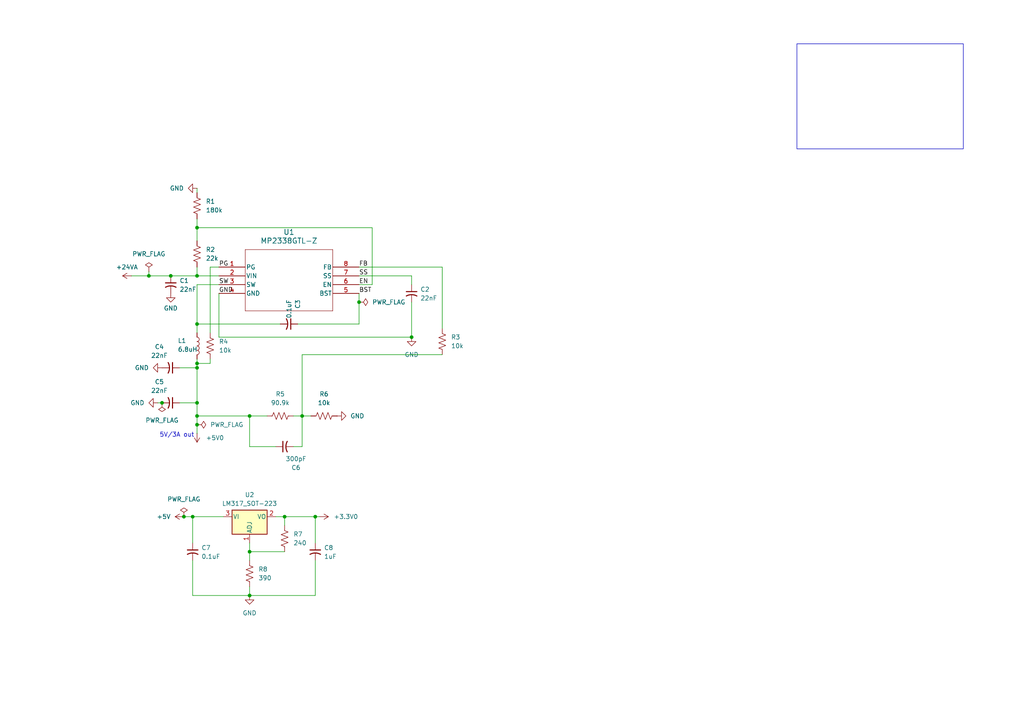
<source format=kicad_sch>
(kicad_sch
	(version 20250114)
	(generator "eeschema")
	(generator_version "9.0")
	(uuid "4c59bd81-5775-41d0-8b13-aaa71c70e7bc")
	(paper "A4")
	(title_block
		(title "STM32F09 Schematic")
		(date "2026-01-29")
		(rev "0")
	)
	(lib_symbols
		(symbol "Device:C_Small_US"
			(pin_numbers
				(hide yes)
			)
			(pin_names
				(offset 0.254)
				(hide yes)
			)
			(exclude_from_sim no)
			(in_bom yes)
			(on_board yes)
			(property "Reference" "C"
				(at 0.254 1.778 0)
				(effects
					(font
						(size 1.27 1.27)
					)
					(justify left)
				)
			)
			(property "Value" "C_Small_US"
				(at 0.254 -2.032 0)
				(effects
					(font
						(size 1.27 1.27)
					)
					(justify left)
				)
			)
			(property "Footprint" ""
				(at 0 0 0)
				(effects
					(font
						(size 1.27 1.27)
					)
					(hide yes)
				)
			)
			(property "Datasheet" ""
				(at 0 0 0)
				(effects
					(font
						(size 1.27 1.27)
					)
					(hide yes)
				)
			)
			(property "Description" "capacitor, small US symbol"
				(at 0 0 0)
				(effects
					(font
						(size 1.27 1.27)
					)
					(hide yes)
				)
			)
			(property "ki_keywords" "cap capacitor"
				(at 0 0 0)
				(effects
					(font
						(size 1.27 1.27)
					)
					(hide yes)
				)
			)
			(property "ki_fp_filters" "C_*"
				(at 0 0 0)
				(effects
					(font
						(size 1.27 1.27)
					)
					(hide yes)
				)
			)
			(symbol "C_Small_US_0_1"
				(polyline
					(pts
						(xy -1.524 0.508) (xy 1.524 0.508)
					)
					(stroke
						(width 0.3048)
						(type default)
					)
					(fill
						(type none)
					)
				)
				(arc
					(start -1.524 -0.762)
					(mid 0 -0.3734)
					(end 1.524 -0.762)
					(stroke
						(width 0.3048)
						(type default)
					)
					(fill
						(type none)
					)
				)
			)
			(symbol "C_Small_US_1_1"
				(pin passive line
					(at 0 2.54 270)
					(length 2.032)
					(name "~"
						(effects
							(font
								(size 1.27 1.27)
							)
						)
					)
					(number "1"
						(effects
							(font
								(size 1.27 1.27)
							)
						)
					)
				)
				(pin passive line
					(at 0 -2.54 90)
					(length 2.032)
					(name "~"
						(effects
							(font
								(size 1.27 1.27)
							)
						)
					)
					(number "2"
						(effects
							(font
								(size 1.27 1.27)
							)
						)
					)
				)
			)
			(embedded_fonts no)
		)
		(symbol "Device:L"
			(pin_numbers
				(hide yes)
			)
			(pin_names
				(offset 1.016)
				(hide yes)
			)
			(exclude_from_sim no)
			(in_bom yes)
			(on_board yes)
			(property "Reference" "L"
				(at -1.27 0 90)
				(effects
					(font
						(size 1.27 1.27)
					)
				)
			)
			(property "Value" "L"
				(at 1.905 0 90)
				(effects
					(font
						(size 1.27 1.27)
					)
				)
			)
			(property "Footprint" ""
				(at 0 0 0)
				(effects
					(font
						(size 1.27 1.27)
					)
					(hide yes)
				)
			)
			(property "Datasheet" "~"
				(at 0 0 0)
				(effects
					(font
						(size 1.27 1.27)
					)
					(hide yes)
				)
			)
			(property "Description" "Inductor"
				(at 0 0 0)
				(effects
					(font
						(size 1.27 1.27)
					)
					(hide yes)
				)
			)
			(property "ki_keywords" "inductor choke coil reactor magnetic"
				(at 0 0 0)
				(effects
					(font
						(size 1.27 1.27)
					)
					(hide yes)
				)
			)
			(property "ki_fp_filters" "Choke_* *Coil* Inductor_* L_*"
				(at 0 0 0)
				(effects
					(font
						(size 1.27 1.27)
					)
					(hide yes)
				)
			)
			(symbol "L_0_1"
				(arc
					(start 0 2.54)
					(mid 0.6323 1.905)
					(end 0 1.27)
					(stroke
						(width 0)
						(type default)
					)
					(fill
						(type none)
					)
				)
				(arc
					(start 0 1.27)
					(mid 0.6323 0.635)
					(end 0 0)
					(stroke
						(width 0)
						(type default)
					)
					(fill
						(type none)
					)
				)
				(arc
					(start 0 0)
					(mid 0.6323 -0.635)
					(end 0 -1.27)
					(stroke
						(width 0)
						(type default)
					)
					(fill
						(type none)
					)
				)
				(arc
					(start 0 -1.27)
					(mid 0.6323 -1.905)
					(end 0 -2.54)
					(stroke
						(width 0)
						(type default)
					)
					(fill
						(type none)
					)
				)
			)
			(symbol "L_1_1"
				(pin passive line
					(at 0 3.81 270)
					(length 1.27)
					(name "1"
						(effects
							(font
								(size 1.27 1.27)
							)
						)
					)
					(number "1"
						(effects
							(font
								(size 1.27 1.27)
							)
						)
					)
				)
				(pin passive line
					(at 0 -3.81 90)
					(length 1.27)
					(name "2"
						(effects
							(font
								(size 1.27 1.27)
							)
						)
					)
					(number "2"
						(effects
							(font
								(size 1.27 1.27)
							)
						)
					)
				)
			)
			(embedded_fonts no)
		)
		(symbol "Device:R_US"
			(pin_numbers
				(hide yes)
			)
			(pin_names
				(offset 0)
			)
			(exclude_from_sim no)
			(in_bom yes)
			(on_board yes)
			(property "Reference" "R"
				(at 2.54 0 90)
				(effects
					(font
						(size 1.27 1.27)
					)
				)
			)
			(property "Value" "R_US"
				(at -2.54 0 90)
				(effects
					(font
						(size 1.27 1.27)
					)
				)
			)
			(property "Footprint" ""
				(at 1.016 -0.254 90)
				(effects
					(font
						(size 1.27 1.27)
					)
					(hide yes)
				)
			)
			(property "Datasheet" "~"
				(at 0 0 0)
				(effects
					(font
						(size 1.27 1.27)
					)
					(hide yes)
				)
			)
			(property "Description" "Resistor, US symbol"
				(at 0 0 0)
				(effects
					(font
						(size 1.27 1.27)
					)
					(hide yes)
				)
			)
			(property "ki_keywords" "R res resistor"
				(at 0 0 0)
				(effects
					(font
						(size 1.27 1.27)
					)
					(hide yes)
				)
			)
			(property "ki_fp_filters" "R_*"
				(at 0 0 0)
				(effects
					(font
						(size 1.27 1.27)
					)
					(hide yes)
				)
			)
			(symbol "R_US_0_1"
				(polyline
					(pts
						(xy 0 2.286) (xy 0 2.54)
					)
					(stroke
						(width 0)
						(type default)
					)
					(fill
						(type none)
					)
				)
				(polyline
					(pts
						(xy 0 2.286) (xy 1.016 1.905) (xy 0 1.524) (xy -1.016 1.143) (xy 0 0.762)
					)
					(stroke
						(width 0)
						(type default)
					)
					(fill
						(type none)
					)
				)
				(polyline
					(pts
						(xy 0 0.762) (xy 1.016 0.381) (xy 0 0) (xy -1.016 -0.381) (xy 0 -0.762)
					)
					(stroke
						(width 0)
						(type default)
					)
					(fill
						(type none)
					)
				)
				(polyline
					(pts
						(xy 0 -0.762) (xy 1.016 -1.143) (xy 0 -1.524) (xy -1.016 -1.905) (xy 0 -2.286)
					)
					(stroke
						(width 0)
						(type default)
					)
					(fill
						(type none)
					)
				)
				(polyline
					(pts
						(xy 0 -2.286) (xy 0 -2.54)
					)
					(stroke
						(width 0)
						(type default)
					)
					(fill
						(type none)
					)
				)
			)
			(symbol "R_US_1_1"
				(pin passive line
					(at 0 3.81 270)
					(length 1.27)
					(name "~"
						(effects
							(font
								(size 1.27 1.27)
							)
						)
					)
					(number "1"
						(effects
							(font
								(size 1.27 1.27)
							)
						)
					)
				)
				(pin passive line
					(at 0 -3.81 90)
					(length 1.27)
					(name "~"
						(effects
							(font
								(size 1.27 1.27)
							)
						)
					)
					(number "2"
						(effects
							(font
								(size 1.27 1.27)
							)
						)
					)
				)
			)
			(embedded_fonts no)
		)
		(symbol "Power Convertor:MP2338GTL-Z"
			(pin_names
				(offset 0.254)
			)
			(exclude_from_sim no)
			(in_bom yes)
			(on_board yes)
			(property "Reference" "U"
				(at 20.32 10.16 0)
				(effects
					(font
						(size 1.524 1.524)
					)
				)
			)
			(property "Value" "MP2338GTL-Z"
				(at 20.32 7.62 0)
				(effects
					(font
						(size 1.524 1.524)
					)
				)
			)
			(property "Footprint" "SOT583_MP2338_MNP"
				(at -9.398 5.842 0)
				(effects
					(font
						(size 1.27 1.27)
						(italic yes)
					)
					(hide yes)
				)
			)
			(property "Datasheet" "https://www.monolithicpower.com/en/documentview/productdocument/index/version/2/document_type/Datasheet/lang/en/sku/MP2338GTL"
				(at 14.732 -39.624 0)
				(effects
					(font
						(size 1.27 1.27)
						(italic yes)
					)
					(hide yes)
				)
			)
			(property "Description" ""
				(at 0 0 0)
				(effects
					(font
						(size 1.27 1.27)
					)
					(hide yes)
				)
			)
			(property "ki_locked" ""
				(at 0 0 0)
				(effects
					(font
						(size 1.27 1.27)
					)
				)
			)
			(property "ki_keywords" "MP2338GTL-Z"
				(at 0 0 0)
				(effects
					(font
						(size 1.27 1.27)
					)
					(hide yes)
				)
			)
			(property "ki_fp_filters" "SOT583_MP2338_MNP SOT583_MP2338_MNP-M SOT583_MP2338_MNP-L"
				(at 0 0 0)
				(effects
					(font
						(size 1.27 1.27)
					)
					(hide yes)
				)
			)
			(symbol "MP2338GTL-Z_0_1"
				(polyline
					(pts
						(xy 7.62 5.08) (xy 7.62 -12.7)
					)
					(stroke
						(width 0.127)
						(type default)
					)
					(fill
						(type none)
					)
				)
				(polyline
					(pts
						(xy 7.62 -12.7) (xy 33.02 -12.7)
					)
					(stroke
						(width 0.127)
						(type default)
					)
					(fill
						(type none)
					)
				)
				(polyline
					(pts
						(xy 33.02 5.08) (xy 7.62 5.08)
					)
					(stroke
						(width 0.127)
						(type default)
					)
					(fill
						(type none)
					)
				)
				(polyline
					(pts
						(xy 33.02 -12.7) (xy 33.02 5.08)
					)
					(stroke
						(width 0.127)
						(type default)
					)
					(fill
						(type none)
					)
				)
				(pin output line
					(at 0 0 0)
					(length 7.62)
					(name "PG"
						(effects
							(font
								(size 1.27 1.27)
							)
						)
					)
					(number "1"
						(effects
							(font
								(size 1.27 1.27)
							)
						)
					)
				)
				(pin power_in line
					(at 0 -2.54 0)
					(length 7.62)
					(name "VIN"
						(effects
							(font
								(size 1.27 1.27)
							)
						)
					)
					(number "2"
						(effects
							(font
								(size 1.27 1.27)
							)
						)
					)
				)
				(pin output line
					(at 0 -5.08 0)
					(length 7.62)
					(name "SW"
						(effects
							(font
								(size 1.27 1.27)
							)
						)
					)
					(number "3"
						(effects
							(font
								(size 1.27 1.27)
							)
						)
					)
				)
				(pin power_in line
					(at 0 -7.62 0)
					(length 7.62)
					(name "GND"
						(effects
							(font
								(size 1.27 1.27)
							)
						)
					)
					(number "4"
						(effects
							(font
								(size 1.27 1.27)
							)
						)
					)
				)
				(pin output line
					(at 40.64 0 180)
					(length 7.62)
					(name "FB"
						(effects
							(font
								(size 1.27 1.27)
							)
						)
					)
					(number "8"
						(effects
							(font
								(size 1.27 1.27)
							)
						)
					)
				)
				(pin input line
					(at 40.64 -2.54 180)
					(length 7.62)
					(name "SS"
						(effects
							(font
								(size 1.27 1.27)
							)
						)
					)
					(number "7"
						(effects
							(font
								(size 1.27 1.27)
							)
						)
					)
				)
				(pin input line
					(at 40.64 -5.08 180)
					(length 7.62)
					(name "EN"
						(effects
							(font
								(size 1.27 1.27)
							)
						)
					)
					(number "6"
						(effects
							(font
								(size 1.27 1.27)
							)
						)
					)
				)
				(pin power_in line
					(at 40.64 -7.62 180)
					(length 7.62)
					(name "BST"
						(effects
							(font
								(size 1.27 1.27)
							)
						)
					)
					(number "5"
						(effects
							(font
								(size 1.27 1.27)
							)
						)
					)
				)
			)
			(embedded_fonts no)
		)
		(symbol "Regulator_Linear:LM317_SOT-223"
			(pin_names
				(offset 0.254)
			)
			(exclude_from_sim no)
			(in_bom yes)
			(on_board yes)
			(property "Reference" "U"
				(at -3.81 3.175 0)
				(effects
					(font
						(size 1.27 1.27)
					)
				)
			)
			(property "Value" "LM317_SOT-223"
				(at 0 3.175 0)
				(effects
					(font
						(size 1.27 1.27)
					)
					(justify left)
				)
			)
			(property "Footprint" "Package_TO_SOT_SMD:SOT-223-3_TabPin2"
				(at 0 6.35 0)
				(effects
					(font
						(size 1.27 1.27)
						(italic yes)
					)
					(hide yes)
				)
			)
			(property "Datasheet" "http://www.ti.com/lit/ds/symlink/lm317.pdf"
				(at 0 0 0)
				(effects
					(font
						(size 1.27 1.27)
					)
					(hide yes)
				)
			)
			(property "Description" "1.5A 35V Adjustable Linear Regulator, SOT-223"
				(at 0 0 0)
				(effects
					(font
						(size 1.27 1.27)
					)
					(hide yes)
				)
			)
			(property "ki_keywords" "Adjustable Voltage Regulator 1A Positive"
				(at 0 0 0)
				(effects
					(font
						(size 1.27 1.27)
					)
					(hide yes)
				)
			)
			(property "ki_fp_filters" "SOT?223*TabPin2*"
				(at 0 0 0)
				(effects
					(font
						(size 1.27 1.27)
					)
					(hide yes)
				)
			)
			(symbol "LM317_SOT-223_0_1"
				(rectangle
					(start -5.08 1.905)
					(end 5.08 -5.08)
					(stroke
						(width 0.254)
						(type default)
					)
					(fill
						(type background)
					)
				)
			)
			(symbol "LM317_SOT-223_1_1"
				(pin power_in line
					(at -7.62 0 0)
					(length 2.54)
					(name "VI"
						(effects
							(font
								(size 1.27 1.27)
							)
						)
					)
					(number "3"
						(effects
							(font
								(size 1.27 1.27)
							)
						)
					)
				)
				(pin input line
					(at 0 -7.62 90)
					(length 2.54)
					(name "ADJ"
						(effects
							(font
								(size 1.27 1.27)
							)
						)
					)
					(number "1"
						(effects
							(font
								(size 1.27 1.27)
							)
						)
					)
				)
				(pin power_out line
					(at 7.62 0 180)
					(length 2.54)
					(name "VO"
						(effects
							(font
								(size 1.27 1.27)
							)
						)
					)
					(number "2"
						(effects
							(font
								(size 1.27 1.27)
							)
						)
					)
				)
			)
			(embedded_fonts no)
		)
		(symbol "power:+24V"
			(power)
			(pin_numbers
				(hide yes)
			)
			(pin_names
				(offset 0)
				(hide yes)
			)
			(exclude_from_sim no)
			(in_bom yes)
			(on_board yes)
			(property "Reference" "#PWR"
				(at 0 -3.81 0)
				(effects
					(font
						(size 1.27 1.27)
					)
					(hide yes)
				)
			)
			(property "Value" "+24V"
				(at 0 3.556 0)
				(effects
					(font
						(size 1.27 1.27)
					)
				)
			)
			(property "Footprint" ""
				(at 0 0 0)
				(effects
					(font
						(size 1.27 1.27)
					)
					(hide yes)
				)
			)
			(property "Datasheet" ""
				(at 0 0 0)
				(effects
					(font
						(size 1.27 1.27)
					)
					(hide yes)
				)
			)
			(property "Description" "Power symbol creates a global label with name \"+24V\""
				(at 0 0 0)
				(effects
					(font
						(size 1.27 1.27)
					)
					(hide yes)
				)
			)
			(property "ki_keywords" "global power"
				(at 0 0 0)
				(effects
					(font
						(size 1.27 1.27)
					)
					(hide yes)
				)
			)
			(symbol "+24V_0_1"
				(polyline
					(pts
						(xy -0.762 1.27) (xy 0 2.54)
					)
					(stroke
						(width 0)
						(type default)
					)
					(fill
						(type none)
					)
				)
				(polyline
					(pts
						(xy 0 2.54) (xy 0.762 1.27)
					)
					(stroke
						(width 0)
						(type default)
					)
					(fill
						(type none)
					)
				)
				(polyline
					(pts
						(xy 0 0) (xy 0 2.54)
					)
					(stroke
						(width 0)
						(type default)
					)
					(fill
						(type none)
					)
				)
			)
			(symbol "+24V_1_1"
				(pin power_in line
					(at 0 0 90)
					(length 0)
					(name "~"
						(effects
							(font
								(size 1.27 1.27)
							)
						)
					)
					(number "1"
						(effects
							(font
								(size 1.27 1.27)
							)
						)
					)
				)
			)
			(embedded_fonts no)
		)
		(symbol "power:+3V0"
			(power)
			(pin_numbers
				(hide yes)
			)
			(pin_names
				(offset 0)
				(hide yes)
			)
			(exclude_from_sim no)
			(in_bom yes)
			(on_board yes)
			(property "Reference" "#PWR"
				(at 0 -3.81 0)
				(effects
					(font
						(size 1.27 1.27)
					)
					(hide yes)
				)
			)
			(property "Value" "+3V0"
				(at 0 3.556 0)
				(effects
					(font
						(size 1.27 1.27)
					)
				)
			)
			(property "Footprint" ""
				(at 0 0 0)
				(effects
					(font
						(size 1.27 1.27)
					)
					(hide yes)
				)
			)
			(property "Datasheet" ""
				(at 0 0 0)
				(effects
					(font
						(size 1.27 1.27)
					)
					(hide yes)
				)
			)
			(property "Description" "Power symbol creates a global label with name \"+3V0\""
				(at 0 0 0)
				(effects
					(font
						(size 1.27 1.27)
					)
					(hide yes)
				)
			)
			(property "ki_keywords" "global power"
				(at 0 0 0)
				(effects
					(font
						(size 1.27 1.27)
					)
					(hide yes)
				)
			)
			(symbol "+3V0_0_1"
				(polyline
					(pts
						(xy -0.762 1.27) (xy 0 2.54)
					)
					(stroke
						(width 0)
						(type default)
					)
					(fill
						(type none)
					)
				)
				(polyline
					(pts
						(xy 0 2.54) (xy 0.762 1.27)
					)
					(stroke
						(width 0)
						(type default)
					)
					(fill
						(type none)
					)
				)
				(polyline
					(pts
						(xy 0 0) (xy 0 2.54)
					)
					(stroke
						(width 0)
						(type default)
					)
					(fill
						(type none)
					)
				)
			)
			(symbol "+3V0_1_1"
				(pin power_in line
					(at 0 0 90)
					(length 0)
					(name "~"
						(effects
							(font
								(size 1.27 1.27)
							)
						)
					)
					(number "1"
						(effects
							(font
								(size 1.27 1.27)
							)
						)
					)
				)
			)
			(embedded_fonts no)
		)
		(symbol "power:+5V"
			(power)
			(pin_numbers
				(hide yes)
			)
			(pin_names
				(offset 0)
				(hide yes)
			)
			(exclude_from_sim no)
			(in_bom yes)
			(on_board yes)
			(property "Reference" "#PWR"
				(at 0 -3.81 0)
				(effects
					(font
						(size 1.27 1.27)
					)
					(hide yes)
				)
			)
			(property "Value" "+5V"
				(at 0 3.556 0)
				(effects
					(font
						(size 1.27 1.27)
					)
				)
			)
			(property "Footprint" ""
				(at 0 0 0)
				(effects
					(font
						(size 1.27 1.27)
					)
					(hide yes)
				)
			)
			(property "Datasheet" ""
				(at 0 0 0)
				(effects
					(font
						(size 1.27 1.27)
					)
					(hide yes)
				)
			)
			(property "Description" "Power symbol creates a global label with name \"+5V\""
				(at 0 0 0)
				(effects
					(font
						(size 1.27 1.27)
					)
					(hide yes)
				)
			)
			(property "ki_keywords" "global power"
				(at 0 0 0)
				(effects
					(font
						(size 1.27 1.27)
					)
					(hide yes)
				)
			)
			(symbol "+5V_0_1"
				(polyline
					(pts
						(xy -0.762 1.27) (xy 0 2.54)
					)
					(stroke
						(width 0)
						(type default)
					)
					(fill
						(type none)
					)
				)
				(polyline
					(pts
						(xy 0 2.54) (xy 0.762 1.27)
					)
					(stroke
						(width 0)
						(type default)
					)
					(fill
						(type none)
					)
				)
				(polyline
					(pts
						(xy 0 0) (xy 0 2.54)
					)
					(stroke
						(width 0)
						(type default)
					)
					(fill
						(type none)
					)
				)
			)
			(symbol "+5V_1_1"
				(pin power_in line
					(at 0 0 90)
					(length 0)
					(name "~"
						(effects
							(font
								(size 1.27 1.27)
							)
						)
					)
					(number "1"
						(effects
							(font
								(size 1.27 1.27)
							)
						)
					)
				)
			)
			(embedded_fonts no)
		)
		(symbol "power:GND"
			(power)
			(pin_numbers
				(hide yes)
			)
			(pin_names
				(offset 0)
				(hide yes)
			)
			(exclude_from_sim no)
			(in_bom yes)
			(on_board yes)
			(property "Reference" "#PWR"
				(at 0 -6.35 0)
				(effects
					(font
						(size 1.27 1.27)
					)
					(hide yes)
				)
			)
			(property "Value" "GND"
				(at 0 -3.81 0)
				(effects
					(font
						(size 1.27 1.27)
					)
				)
			)
			(property "Footprint" ""
				(at 0 0 0)
				(effects
					(font
						(size 1.27 1.27)
					)
					(hide yes)
				)
			)
			(property "Datasheet" ""
				(at 0 0 0)
				(effects
					(font
						(size 1.27 1.27)
					)
					(hide yes)
				)
			)
			(property "Description" "Power symbol creates a global label with name \"GND\" , ground"
				(at 0 0 0)
				(effects
					(font
						(size 1.27 1.27)
					)
					(hide yes)
				)
			)
			(property "ki_keywords" "global power"
				(at 0 0 0)
				(effects
					(font
						(size 1.27 1.27)
					)
					(hide yes)
				)
			)
			(symbol "GND_0_1"
				(polyline
					(pts
						(xy 0 0) (xy 0 -1.27) (xy 1.27 -1.27) (xy 0 -2.54) (xy -1.27 -1.27) (xy 0 -1.27)
					)
					(stroke
						(width 0)
						(type default)
					)
					(fill
						(type none)
					)
				)
			)
			(symbol "GND_1_1"
				(pin power_in line
					(at 0 0 270)
					(length 0)
					(name "~"
						(effects
							(font
								(size 1.27 1.27)
							)
						)
					)
					(number "1"
						(effects
							(font
								(size 1.27 1.27)
							)
						)
					)
				)
			)
			(embedded_fonts no)
		)
		(symbol "power:PWR_FLAG"
			(power)
			(pin_numbers
				(hide yes)
			)
			(pin_names
				(offset 0)
				(hide yes)
			)
			(exclude_from_sim no)
			(in_bom yes)
			(on_board yes)
			(property "Reference" "#FLG"
				(at 0 1.905 0)
				(effects
					(font
						(size 1.27 1.27)
					)
					(hide yes)
				)
			)
			(property "Value" "PWR_FLAG"
				(at 0 3.81 0)
				(effects
					(font
						(size 1.27 1.27)
					)
				)
			)
			(property "Footprint" ""
				(at 0 0 0)
				(effects
					(font
						(size 1.27 1.27)
					)
					(hide yes)
				)
			)
			(property "Datasheet" "~"
				(at 0 0 0)
				(effects
					(font
						(size 1.27 1.27)
					)
					(hide yes)
				)
			)
			(property "Description" "Special symbol for telling ERC where power comes from"
				(at 0 0 0)
				(effects
					(font
						(size 1.27 1.27)
					)
					(hide yes)
				)
			)
			(property "ki_keywords" "flag power"
				(at 0 0 0)
				(effects
					(font
						(size 1.27 1.27)
					)
					(hide yes)
				)
			)
			(symbol "PWR_FLAG_0_0"
				(pin power_out line
					(at 0 0 90)
					(length 0)
					(name "~"
						(effects
							(font
								(size 1.27 1.27)
							)
						)
					)
					(number "1"
						(effects
							(font
								(size 1.27 1.27)
							)
						)
					)
				)
			)
			(symbol "PWR_FLAG_0_1"
				(polyline
					(pts
						(xy 0 0) (xy 0 1.27) (xy -1.016 1.905) (xy 0 2.54) (xy 1.016 1.905) (xy 0 1.27)
					)
					(stroke
						(width 0)
						(type default)
					)
					(fill
						(type none)
					)
				)
			)
			(embedded_fonts no)
		)
	)
	(rectangle
		(start 231.14 12.7)
		(end 279.4 43.18)
		(stroke
			(width 0)
			(type default)
		)
		(fill
			(type none)
		)
		(uuid 30e0be8f-ff7f-482a-80fa-fca57a4d475e)
	)
	(text "5V/3A out"
		(exclude_from_sim no)
		(at 51.308 126.238 0)
		(effects
			(font
				(size 1.27 1.27)
			)
		)
		(uuid "0655b940-c531-4000-961e-9aac73ccf22e")
	)
	(junction
		(at 57.15 116.84)
		(diameter 0)
		(color 0 0 0 0)
		(uuid "06cb5eb4-790d-4651-93e6-f4492d0c2dca")
	)
	(junction
		(at 57.15 106.68)
		(diameter 0)
		(color 0 0 0 0)
		(uuid "1ac2df93-93cb-4f50-86a1-ed031a9244a9")
	)
	(junction
		(at 46.99 116.84)
		(diameter 0)
		(color 0 0 0 0)
		(uuid "23ce76de-3850-45c9-af2d-37edf2e6aa4d")
	)
	(junction
		(at 55.88 149.86)
		(diameter 0)
		(color 0 0 0 0)
		(uuid "2458d599-3585-4c7c-a807-93c30671701c")
	)
	(junction
		(at 57.15 105.41)
		(diameter 0)
		(color 0 0 0 0)
		(uuid "28e97874-cabf-4536-98c6-024374308e99")
	)
	(junction
		(at 104.14 87.63)
		(diameter 0)
		(color 0 0 0 0)
		(uuid "3646c8a0-529a-4e6f-966e-eaf682e96e50")
	)
	(junction
		(at 57.15 93.98)
		(diameter 0)
		(color 0 0 0 0)
		(uuid "41cd5db8-ee8b-4597-b183-e4fd11551834")
	)
	(junction
		(at 57.15 80.01)
		(diameter 0)
		(color 0 0 0 0)
		(uuid "42f79b71-ce17-4087-a01a-4582b67724fe")
	)
	(junction
		(at 57.15 123.19)
		(diameter 0)
		(color 0 0 0 0)
		(uuid "48201fde-68b6-46e4-90b7-6d74949cda9a")
	)
	(junction
		(at 119.38 97.79)
		(diameter 0)
		(color 0 0 0 0)
		(uuid "506cb8ed-c938-4daa-b34d-c00768fdefb2")
	)
	(junction
		(at 43.18 80.01)
		(diameter 0)
		(color 0 0 0 0)
		(uuid "5b248e9d-a402-46d2-8ca9-791b5ba86264")
	)
	(junction
		(at 53.34 149.86)
		(diameter 0)
		(color 0 0 0 0)
		(uuid "64f100ff-8e4b-4049-9a3f-4cd0203cd6f6")
	)
	(junction
		(at 49.53 80.01)
		(diameter 0)
		(color 0 0 0 0)
		(uuid "7060a889-4c9a-4f54-8e31-a907a64a8567")
	)
	(junction
		(at 57.15 66.04)
		(diameter 0)
		(color 0 0 0 0)
		(uuid "74f597b4-8fa7-4a5c-b8fd-5337038eca3b")
	)
	(junction
		(at 82.55 149.86)
		(diameter 0)
		(color 0 0 0 0)
		(uuid "7e7d19c8-c25a-4bdf-944a-d4c9b24460e3")
	)
	(junction
		(at 91.44 149.86)
		(diameter 0)
		(color 0 0 0 0)
		(uuid "8bd62b7c-4d0e-431d-a420-ec2f411871f0")
	)
	(junction
		(at 72.39 160.02)
		(diameter 0)
		(color 0 0 0 0)
		(uuid "90d13779-c4ef-441a-856f-59fd66114d66")
	)
	(junction
		(at 72.39 172.72)
		(diameter 0)
		(color 0 0 0 0)
		(uuid "91749890-7bb7-48fb-8518-dd35b382d891")
	)
	(junction
		(at 72.39 120.65)
		(diameter 0)
		(color 0 0 0 0)
		(uuid "a152a4b2-4315-4b21-aef9-b6d8609ff555")
	)
	(junction
		(at 57.15 120.65)
		(diameter 0)
		(color 0 0 0 0)
		(uuid "a275e3bb-5bad-4750-b14b-178c7e09d3bf")
	)
	(junction
		(at 87.63 120.65)
		(diameter 0)
		(color 0 0 0 0)
		(uuid "ae51b3cd-5c64-42c8-b0da-5e7e9d86585c")
	)
	(wire
		(pts
			(xy 104.14 87.63) (xy 104.14 93.98)
		)
		(stroke
			(width 0)
			(type default)
		)
		(uuid "0029f011-f61b-4e56-960c-78daa1bfae14")
	)
	(wire
		(pts
			(xy 80.01 149.86) (xy 82.55 149.86)
		)
		(stroke
			(width 0)
			(type default)
		)
		(uuid "047034f7-165c-4aa3-b773-99aa74e5d824")
	)
	(wire
		(pts
			(xy 57.15 106.68) (xy 57.15 105.41)
		)
		(stroke
			(width 0)
			(type default)
		)
		(uuid "0481adb3-b273-455f-8cd5-0fe4cac045f2")
	)
	(wire
		(pts
			(xy 60.96 105.41) (xy 57.15 105.41)
		)
		(stroke
			(width 0)
			(type default)
		)
		(uuid "19428e08-e3de-4641-8b50-bfd2a544e9f7")
	)
	(wire
		(pts
			(xy 72.39 129.54) (xy 72.39 120.65)
		)
		(stroke
			(width 0)
			(type default)
		)
		(uuid "1c460f4f-789c-4470-9c09-09bb1b7f5b60")
	)
	(wire
		(pts
			(xy 107.95 66.04) (xy 107.95 82.55)
		)
		(stroke
			(width 0)
			(type default)
		)
		(uuid "21ffde0d-44f0-4a1a-a3d7-c6df274e3480")
	)
	(wire
		(pts
			(xy 57.15 66.04) (xy 57.15 69.85)
		)
		(stroke
			(width 0)
			(type default)
		)
		(uuid "2373b3bd-4c80-4afd-bdbe-5d0ec12897fc")
	)
	(wire
		(pts
			(xy 72.39 172.72) (xy 91.44 172.72)
		)
		(stroke
			(width 0)
			(type default)
		)
		(uuid "2378069a-4c60-4d69-8e21-bfab2d8d750c")
	)
	(wire
		(pts
			(xy 60.96 77.47) (xy 60.96 96.52)
		)
		(stroke
			(width 0)
			(type default)
		)
		(uuid "26aacd67-0b68-4111-9541-b30102d742a1")
	)
	(wire
		(pts
			(xy 45.72 116.84) (xy 46.99 116.84)
		)
		(stroke
			(width 0)
			(type default)
		)
		(uuid "320bb320-6334-43ff-a9d4-5e02e8d78f17")
	)
	(wire
		(pts
			(xy 72.39 120.65) (xy 57.15 120.65)
		)
		(stroke
			(width 0)
			(type default)
		)
		(uuid "345d7463-858e-4ec4-a41f-4ee98da9ddb8")
	)
	(wire
		(pts
			(xy 119.38 87.63) (xy 119.38 97.79)
		)
		(stroke
			(width 0)
			(type default)
		)
		(uuid "39bc17ef-e7c1-4f3b-b44f-e4bd8a3e5138")
	)
	(wire
		(pts
			(xy 72.39 170.18) (xy 72.39 172.72)
		)
		(stroke
			(width 0)
			(type default)
		)
		(uuid "3afb0d74-0336-41c7-822a-d4c963635316")
	)
	(wire
		(pts
			(xy 57.15 54.61) (xy 57.15 55.88)
		)
		(stroke
			(width 0)
			(type default)
		)
		(uuid "3b202339-b28f-4f10-8a83-3e18af3a6d48")
	)
	(wire
		(pts
			(xy 57.15 80.01) (xy 63.5 80.01)
		)
		(stroke
			(width 0)
			(type default)
		)
		(uuid "49e4fc6b-fd05-4e67-a631-445120ceeb9f")
	)
	(wire
		(pts
			(xy 57.15 93.98) (xy 81.28 93.98)
		)
		(stroke
			(width 0)
			(type default)
		)
		(uuid "4bcae679-7326-4566-afe3-1bf5222c8f62")
	)
	(wire
		(pts
			(xy 87.63 120.65) (xy 87.63 129.54)
		)
		(stroke
			(width 0)
			(type default)
		)
		(uuid "4bcb68c7-0e42-4eb3-850d-e04def92789e")
	)
	(wire
		(pts
			(xy 52.07 106.68) (xy 57.15 106.68)
		)
		(stroke
			(width 0)
			(type default)
		)
		(uuid "4f3cdb25-96bf-4329-b698-3191e4044e84")
	)
	(wire
		(pts
			(xy 92.71 149.86) (xy 91.44 149.86)
		)
		(stroke
			(width 0)
			(type default)
		)
		(uuid "554d1788-a1ff-48bf-b8c2-6c376c0a2583")
	)
	(wire
		(pts
			(xy 57.15 116.84) (xy 57.15 120.65)
		)
		(stroke
			(width 0)
			(type default)
		)
		(uuid "5c445eb8-a023-4a28-8992-f74288221d91")
	)
	(wire
		(pts
			(xy 82.55 149.86) (xy 82.55 152.4)
		)
		(stroke
			(width 0)
			(type default)
		)
		(uuid "6fc58a52-fdcd-4392-adce-314478f7c2f8")
	)
	(wire
		(pts
			(xy 72.39 160.02) (xy 82.55 160.02)
		)
		(stroke
			(width 0)
			(type default)
		)
		(uuid "731f7f0c-a95d-4844-b6b4-687ac04acbfe")
	)
	(wire
		(pts
			(xy 82.55 149.86) (xy 91.44 149.86)
		)
		(stroke
			(width 0)
			(type default)
		)
		(uuid "753788ac-2dc2-4c39-ab62-e9d62c2125b7")
	)
	(wire
		(pts
			(xy 57.15 82.55) (xy 57.15 93.98)
		)
		(stroke
			(width 0)
			(type default)
		)
		(uuid "77d54e57-04ef-4e0f-95f4-0ff20b995b95")
	)
	(wire
		(pts
			(xy 119.38 82.55) (xy 119.38 80.01)
		)
		(stroke
			(width 0)
			(type default)
		)
		(uuid "7bcec122-4b07-418f-9e44-85787b03bfd6")
	)
	(wire
		(pts
			(xy 72.39 157.48) (xy 72.39 160.02)
		)
		(stroke
			(width 0)
			(type default)
		)
		(uuid "7ed35634-1343-43c7-af3e-6ca6616bb074")
	)
	(wire
		(pts
			(xy 128.27 77.47) (xy 128.27 95.25)
		)
		(stroke
			(width 0)
			(type default)
		)
		(uuid "84134345-2f8d-4891-8957-2f23e5869cd9")
	)
	(wire
		(pts
			(xy 43.18 78.74) (xy 43.18 80.01)
		)
		(stroke
			(width 0)
			(type default)
		)
		(uuid "84eaf315-b53e-4fe7-8d29-e39f27e706e8")
	)
	(wire
		(pts
			(xy 91.44 172.72) (xy 91.44 162.56)
		)
		(stroke
			(width 0)
			(type default)
		)
		(uuid "895de5bf-b52d-4bd4-9a6f-ba0b5c737b6c")
	)
	(wire
		(pts
			(xy 107.95 82.55) (xy 104.14 82.55)
		)
		(stroke
			(width 0)
			(type default)
		)
		(uuid "8a57a030-5ac0-46cd-b07b-661bd47f5001")
	)
	(wire
		(pts
			(xy 87.63 102.87) (xy 87.63 120.65)
		)
		(stroke
			(width 0)
			(type default)
		)
		(uuid "8b404728-29c4-4e5b-9340-cf13c95a711c")
	)
	(wire
		(pts
			(xy 63.5 85.09) (xy 63.5 97.79)
		)
		(stroke
			(width 0)
			(type default)
		)
		(uuid "9007582c-9242-4a9b-aa32-f9bef9752bce")
	)
	(wire
		(pts
			(xy 57.15 123.19) (xy 57.15 125.73)
		)
		(stroke
			(width 0)
			(type default)
		)
		(uuid "925791c8-1ab3-4686-b624-96981f7ca3f0")
	)
	(wire
		(pts
			(xy 63.5 97.79) (xy 119.38 97.79)
		)
		(stroke
			(width 0)
			(type default)
		)
		(uuid "92988803-bee6-408e-9ca3-9a6e9131a48b")
	)
	(wire
		(pts
			(xy 57.15 77.47) (xy 57.15 80.01)
		)
		(stroke
			(width 0)
			(type default)
		)
		(uuid "9470b65d-9ef4-498d-8da7-3b6eb5b24400")
	)
	(wire
		(pts
			(xy 57.15 66.04) (xy 107.95 66.04)
		)
		(stroke
			(width 0)
			(type default)
		)
		(uuid "96f53076-c7ed-4c81-9245-02ba14aacb82")
	)
	(wire
		(pts
			(xy 43.18 80.01) (xy 49.53 80.01)
		)
		(stroke
			(width 0)
			(type default)
		)
		(uuid "97937c2e-2cd4-48be-9db7-9e31b8e45c18")
	)
	(wire
		(pts
			(xy 63.5 82.55) (xy 57.15 82.55)
		)
		(stroke
			(width 0)
			(type default)
		)
		(uuid "9bbe0a06-aa0a-4c60-984c-27f1881b6801")
	)
	(wire
		(pts
			(xy 55.88 149.86) (xy 64.77 149.86)
		)
		(stroke
			(width 0)
			(type default)
		)
		(uuid "a75e4325-097e-4d28-9fd6-9d23839389d2")
	)
	(wire
		(pts
			(xy 86.36 93.98) (xy 104.14 93.98)
		)
		(stroke
			(width 0)
			(type default)
		)
		(uuid "a7a57a68-7ac5-4050-b10e-74602ddee240")
	)
	(wire
		(pts
			(xy 85.09 129.54) (xy 87.63 129.54)
		)
		(stroke
			(width 0)
			(type default)
		)
		(uuid "ad07884b-5fe8-4eaf-92b5-1d2b0c1e4ef3")
	)
	(wire
		(pts
			(xy 63.5 77.47) (xy 60.96 77.47)
		)
		(stroke
			(width 0)
			(type default)
		)
		(uuid "ad64c2f3-b887-464f-a9e9-e4e3a9535d5c")
	)
	(wire
		(pts
			(xy 53.34 149.86) (xy 55.88 149.86)
		)
		(stroke
			(width 0)
			(type default)
		)
		(uuid "af6bf60a-fe65-4086-9200-3d967b057662")
	)
	(wire
		(pts
			(xy 104.14 77.47) (xy 128.27 77.47)
		)
		(stroke
			(width 0)
			(type default)
		)
		(uuid "b359ed1b-830a-431e-86e2-75862b70e58b")
	)
	(wire
		(pts
			(xy 55.88 162.56) (xy 55.88 172.72)
		)
		(stroke
			(width 0)
			(type default)
		)
		(uuid "b89161b5-ca69-4a0a-b731-ddc12cfb3bf0")
	)
	(wire
		(pts
			(xy 49.53 80.01) (xy 57.15 80.01)
		)
		(stroke
			(width 0)
			(type default)
		)
		(uuid "bddd61ca-26ed-4ec4-aff7-827f6ba3c83c")
	)
	(wire
		(pts
			(xy 87.63 120.65) (xy 85.09 120.65)
		)
		(stroke
			(width 0)
			(type default)
		)
		(uuid "be834f6e-e73a-442f-81e0-76a0e078a5bf")
	)
	(wire
		(pts
			(xy 90.17 120.65) (xy 87.63 120.65)
		)
		(stroke
			(width 0)
			(type default)
		)
		(uuid "c0c8f1f9-c3bc-4368-94e8-982b344cf268")
	)
	(wire
		(pts
			(xy 57.15 93.98) (xy 57.15 96.52)
		)
		(stroke
			(width 0)
			(type default)
		)
		(uuid "c63581fd-c04c-4251-9a3d-922e094cba1d")
	)
	(wire
		(pts
			(xy 91.44 149.86) (xy 91.44 157.48)
		)
		(stroke
			(width 0)
			(type default)
		)
		(uuid "ce64350a-a1b5-4823-b999-b5c9cc06c206")
	)
	(wire
		(pts
			(xy 77.47 120.65) (xy 72.39 120.65)
		)
		(stroke
			(width 0)
			(type default)
		)
		(uuid "cee2cf47-8fb2-4d88-bef0-ba6a8253c5be")
	)
	(wire
		(pts
			(xy 57.15 120.65) (xy 57.15 123.19)
		)
		(stroke
			(width 0)
			(type default)
		)
		(uuid "d02e0769-d2a0-4d5c-a1c4-9b49cd9182ed")
	)
	(wire
		(pts
			(xy 55.88 172.72) (xy 72.39 172.72)
		)
		(stroke
			(width 0)
			(type default)
		)
		(uuid "d0b03061-4dc6-41b7-a278-a5c713530da2")
	)
	(wire
		(pts
			(xy 60.96 104.14) (xy 60.96 105.41)
		)
		(stroke
			(width 0)
			(type default)
		)
		(uuid "d46159f9-955f-4fe6-934e-87b2a4739890")
	)
	(wire
		(pts
			(xy 104.14 85.09) (xy 104.14 87.63)
		)
		(stroke
			(width 0)
			(type default)
		)
		(uuid "db72a849-ca74-47ad-b938-32ddcde67f2d")
	)
	(wire
		(pts
			(xy 72.39 160.02) (xy 72.39 162.56)
		)
		(stroke
			(width 0)
			(type default)
		)
		(uuid "e5c60cce-5908-4811-89a0-d018945d7581")
	)
	(wire
		(pts
			(xy 119.38 80.01) (xy 104.14 80.01)
		)
		(stroke
			(width 0)
			(type default)
		)
		(uuid "ea53290a-c86b-4f94-b302-7dbfaec0ef10")
	)
	(wire
		(pts
			(xy 128.27 102.87) (xy 87.63 102.87)
		)
		(stroke
			(width 0)
			(type default)
		)
		(uuid "f116008e-8761-4ffa-8081-9064d5c9fe3b")
	)
	(wire
		(pts
			(xy 57.15 105.41) (xy 57.15 104.14)
		)
		(stroke
			(width 0)
			(type default)
		)
		(uuid "f1866f3b-ed53-4747-98bd-d89de40466e4")
	)
	(wire
		(pts
			(xy 52.07 116.84) (xy 57.15 116.84)
		)
		(stroke
			(width 0)
			(type default)
		)
		(uuid "f58ab5f2-c9fc-43a1-9e7d-4c5514c0f743")
	)
	(wire
		(pts
			(xy 80.01 129.54) (xy 72.39 129.54)
		)
		(stroke
			(width 0)
			(type default)
		)
		(uuid "f5dc49fe-f0ac-47d5-a866-d15a5d7d8d20")
	)
	(wire
		(pts
			(xy 38.1 80.01) (xy 43.18 80.01)
		)
		(stroke
			(width 0)
			(type default)
		)
		(uuid "f9297d33-1223-45c0-8609-d9bce2f8f5f0")
	)
	(wire
		(pts
			(xy 57.15 63.5) (xy 57.15 66.04)
		)
		(stroke
			(width 0)
			(type default)
		)
		(uuid "fec5b4fa-1c32-4ef4-a2f0-74351c22b2a8")
	)
	(wire
		(pts
			(xy 57.15 106.68) (xy 57.15 116.84)
		)
		(stroke
			(width 0)
			(type default)
		)
		(uuid "feca98a7-13dd-4ccc-8a3b-356f99725ec6")
	)
	(wire
		(pts
			(xy 55.88 149.86) (xy 55.88 157.48)
		)
		(stroke
			(width 0)
			(type default)
		)
		(uuid "ff41d8db-de19-4747-8bc9-b6504cc68a2c")
	)
	(label "BST"
		(at 104.14 85.09 0)
		(effects
			(font
				(size 1.27 1.27)
			)
			(justify left bottom)
		)
		(uuid "0c87cae6-40de-49be-8ea4-41295bff9b63")
	)
	(label "GND"
		(at 63.5 85.09 0)
		(effects
			(font
				(size 1.27 1.27)
			)
			(justify left bottom)
		)
		(uuid "167eac58-aaf9-4fcf-9a27-6d3f3a609238")
	)
	(label "SS"
		(at 104.14 80.01 0)
		(effects
			(font
				(size 1.27 1.27)
			)
			(justify left bottom)
		)
		(uuid "251f0ec9-b277-441f-aca2-2818f00a300e")
	)
	(label "PG"
		(at 63.5 77.47 0)
		(effects
			(font
				(size 1.27 1.27)
			)
			(justify left bottom)
		)
		(uuid "5e738d9b-1446-4108-80ed-95a32a177c25")
	)
	(label "FB"
		(at 104.14 77.47 0)
		(effects
			(font
				(size 1.27 1.27)
			)
			(justify left bottom)
		)
		(uuid "60b9c249-1925-4f93-974b-56944c0d6a5c")
	)
	(label "SW"
		(at 63.5 82.55 0)
		(effects
			(font
				(size 1.27 1.27)
			)
			(justify left bottom)
		)
		(uuid "c03635f4-b0d7-4d53-9c33-72f39d602525")
	)
	(label "EN"
		(at 104.14 82.55 0)
		(effects
			(font
				(size 1.27 1.27)
			)
			(justify left bottom)
		)
		(uuid "e933abb5-bba4-48f2-82d1-6bc68bdbe6bd")
	)
	(symbol
		(lib_id "Device:R_US")
		(at 57.15 59.69 0)
		(unit 1)
		(exclude_from_sim no)
		(in_bom yes)
		(on_board yes)
		(dnp no)
		(fields_autoplaced yes)
		(uuid "0a4e0256-276a-459e-a529-51033eeb9717")
		(property "Reference" "R1"
			(at 59.69 58.4199 0)
			(effects
				(font
					(size 1.27 1.27)
				)
				(justify left)
			)
		)
		(property "Value" "180k"
			(at 59.69 60.9599 0)
			(effects
				(font
					(size 1.27 1.27)
				)
				(justify left)
			)
		)
		(property "Footprint" "Resistor_SMD:R_0805_2012Metric"
			(at 58.166 59.944 90)
			(effects
				(font
					(size 1.27 1.27)
				)
				(hide yes)
			)
		)
		(property "Datasheet" "~"
			(at 57.15 59.69 0)
			(effects
				(font
					(size 1.27 1.27)
				)
				(hide yes)
			)
		)
		(property "Description" "Resistor, US symbol"
			(at 57.15 59.69 0)
			(effects
				(font
					(size 1.27 1.27)
				)
				(hide yes)
			)
		)
		(pin "2"
			(uuid "02e08311-ec4d-4835-b992-41a4b3bef614")
		)
		(pin "1"
			(uuid "489a67cd-c397-43e3-92ef-75c938e68ae5")
		)
		(instances
			(project "STM32"
				(path "/4c59bd81-5775-41d0-8b13-aaa71c70e7bc"
					(reference "R1")
					(unit 1)
				)
			)
		)
	)
	(symbol
		(lib_id "power:PWR_FLAG")
		(at 104.14 87.63 270)
		(unit 1)
		(exclude_from_sim no)
		(in_bom yes)
		(on_board yes)
		(dnp no)
		(fields_autoplaced yes)
		(uuid "199065b7-ab72-4a40-984b-e8db96ed7347")
		(property "Reference" "#FLG02"
			(at 106.045 87.63 0)
			(effects
				(font
					(size 1.27 1.27)
				)
				(hide yes)
			)
		)
		(property "Value" "PWR_FLAG"
			(at 107.95 87.6299 90)
			(effects
				(font
					(size 1.27 1.27)
				)
				(justify left)
			)
		)
		(property "Footprint" ""
			(at 104.14 87.63 0)
			(effects
				(font
					(size 1.27 1.27)
				)
				(hide yes)
			)
		)
		(property "Datasheet" "~"
			(at 104.14 87.63 0)
			(effects
				(font
					(size 1.27 1.27)
				)
				(hide yes)
			)
		)
		(property "Description" "Special symbol for telling ERC where power comes from"
			(at 104.14 87.63 0)
			(effects
				(font
					(size 1.27 1.27)
				)
				(hide yes)
			)
		)
		(pin "1"
			(uuid "68fbe489-4207-4ef7-a639-3f15ee691c16")
		)
		(instances
			(project "new_power_second"
				(path "/4c59bd81-5775-41d0-8b13-aaa71c70e7bc"
					(reference "#FLG02")
					(unit 1)
				)
			)
		)
	)
	(symbol
		(lib_id "Device:C_Small_US")
		(at 82.55 129.54 90)
		(unit 1)
		(exclude_from_sim no)
		(in_bom yes)
		(on_board yes)
		(dnp no)
		(uuid "2627a875-ad34-4d20-a2ef-e214b36c06b2")
		(property "Reference" "C6"
			(at 85.852 135.636 90)
			(effects
				(font
					(size 1.27 1.27)
				)
			)
		)
		(property "Value" "300pF"
			(at 85.852 133.096 90)
			(effects
				(font
					(size 1.27 1.27)
				)
			)
		)
		(property "Footprint" "Capacitor_SMD:C_0805_2012Metric"
			(at 82.55 129.54 0)
			(effects
				(font
					(size 1.27 1.27)
				)
				(hide yes)
			)
		)
		(property "Datasheet" ""
			(at 82.55 129.54 0)
			(effects
				(font
					(size 1.27 1.27)
				)
				(hide yes)
			)
		)
		(property "Description" "capacitor, small US symbol"
			(at 82.55 129.54 0)
			(effects
				(font
					(size 1.27 1.27)
				)
				(hide yes)
			)
		)
		(pin "1"
			(uuid "a857ceb3-3fba-4fbc-bcb2-81441b3b6670")
		)
		(pin "2"
			(uuid "909b1a5f-dfd6-4b2e-8a86-d74e1077829e")
		)
		(instances
			(project "new_power_second"
				(path "/4c59bd81-5775-41d0-8b13-aaa71c70e7bc"
					(reference "C6")
					(unit 1)
				)
			)
		)
	)
	(symbol
		(lib_id "Device:C_Small_US")
		(at 49.53 106.68 270)
		(unit 1)
		(exclude_from_sim no)
		(in_bom yes)
		(on_board yes)
		(dnp no)
		(uuid "2746633d-2261-4fa0-bf8d-8c70224bbabc")
		(property "Reference" "C4"
			(at 46.228 100.584 90)
			(effects
				(font
					(size 1.27 1.27)
				)
			)
		)
		(property "Value" "22nF"
			(at 46.228 103.124 90)
			(effects
				(font
					(size 1.27 1.27)
				)
			)
		)
		(property "Footprint" "Capacitor_SMD:C_0805_2012Metric"
			(at 49.53 106.68 0)
			(effects
				(font
					(size 1.27 1.27)
				)
				(hide yes)
			)
		)
		(property "Datasheet" ""
			(at 49.53 106.68 0)
			(effects
				(font
					(size 1.27 1.27)
				)
				(hide yes)
			)
		)
		(property "Description" "capacitor, small US symbol"
			(at 49.53 106.68 0)
			(effects
				(font
					(size 1.27 1.27)
				)
				(hide yes)
			)
		)
		(pin "1"
			(uuid "be475418-e6f0-40c0-a328-fea235291ba5")
		)
		(pin "2"
			(uuid "9de01357-1e97-4505-af64-85c293b6cb99")
		)
		(instances
			(project "STM32"
				(path "/4c59bd81-5775-41d0-8b13-aaa71c70e7bc"
					(reference "C4")
					(unit 1)
				)
			)
		)
	)
	(symbol
		(lib_id "Device:R_US")
		(at 128.27 99.06 0)
		(unit 1)
		(exclude_from_sim no)
		(in_bom yes)
		(on_board yes)
		(dnp no)
		(fields_autoplaced yes)
		(uuid "3144374a-f781-47e3-99c4-7575a3da769d")
		(property "Reference" "R3"
			(at 130.81 97.7899 0)
			(effects
				(font
					(size 1.27 1.27)
				)
				(justify left)
			)
		)
		(property "Value" "10k"
			(at 130.81 100.3299 0)
			(effects
				(font
					(size 1.27 1.27)
				)
				(justify left)
			)
		)
		(property "Footprint" "Resistor_SMD:R_0805_2012Metric"
			(at 129.286 99.314 90)
			(effects
				(font
					(size 1.27 1.27)
				)
				(hide yes)
			)
		)
		(property "Datasheet" "~"
			(at 128.27 99.06 0)
			(effects
				(font
					(size 1.27 1.27)
				)
				(hide yes)
			)
		)
		(property "Description" "Resistor, US symbol"
			(at 128.27 99.06 0)
			(effects
				(font
					(size 1.27 1.27)
				)
				(hide yes)
			)
		)
		(pin "2"
			(uuid "12c68612-f34a-4639-a726-5e2e1c4a8cdd")
		)
		(pin "1"
			(uuid "0f2ab545-62fc-4b9b-a9c8-47a8448a745b")
		)
		(instances
			(project ""
				(path "/4c59bd81-5775-41d0-8b13-aaa71c70e7bc"
					(reference "R3")
					(unit 1)
				)
			)
		)
	)
	(symbol
		(lib_id "power:+3V0")
		(at 92.71 149.86 270)
		(unit 1)
		(exclude_from_sim no)
		(in_bom yes)
		(on_board yes)
		(dnp no)
		(uuid "31ef7d2b-a4d6-488d-8f65-5d5b988e023f")
		(property "Reference" "#PWR010"
			(at 88.9 149.86 0)
			(effects
				(font
					(size 1.27 1.27)
				)
				(hide yes)
			)
		)
		(property "Value" "+3.3V0"
			(at 96.774 149.86 90)
			(effects
				(font
					(size 1.27 1.27)
				)
				(justify left)
			)
		)
		(property "Footprint" ""
			(at 92.71 149.86 0)
			(effects
				(font
					(size 1.27 1.27)
				)
				(hide yes)
			)
		)
		(property "Datasheet" ""
			(at 92.71 149.86 0)
			(effects
				(font
					(size 1.27 1.27)
				)
				(hide yes)
			)
		)
		(property "Description" "Power symbol creates a global label with name \"+3V0\""
			(at 92.71 149.86 0)
			(effects
				(font
					(size 1.27 1.27)
				)
				(hide yes)
			)
		)
		(pin "1"
			(uuid "77cfbb0b-2526-47b5-98ab-05f8de3626d1")
		)
		(instances
			(project ""
				(path "/4c59bd81-5775-41d0-8b13-aaa71c70e7bc"
					(reference "#PWR010")
					(unit 1)
				)
			)
		)
	)
	(symbol
		(lib_id "power:GND")
		(at 97.79 120.65 90)
		(unit 1)
		(exclude_from_sim no)
		(in_bom yes)
		(on_board yes)
		(dnp no)
		(fields_autoplaced yes)
		(uuid "341abafe-8746-442f-80a8-05a460268b2b")
		(property "Reference" "#PWR07"
			(at 104.14 120.65 0)
			(effects
				(font
					(size 1.27 1.27)
				)
				(hide yes)
			)
		)
		(property "Value" "GND"
			(at 101.6 120.6499 90)
			(effects
				(font
					(size 1.27 1.27)
				)
				(justify right)
			)
		)
		(property "Footprint" ""
			(at 97.79 120.65 0)
			(effects
				(font
					(size 1.27 1.27)
				)
				(hide yes)
			)
		)
		(property "Datasheet" ""
			(at 97.79 120.65 0)
			(effects
				(font
					(size 1.27 1.27)
				)
				(hide yes)
			)
		)
		(property "Description" "Power symbol creates a global label with name \"GND\" , ground"
			(at 97.79 120.65 0)
			(effects
				(font
					(size 1.27 1.27)
				)
				(hide yes)
			)
		)
		(pin "1"
			(uuid "2186b168-bcfe-4dc0-af25-47924e57e302")
		)
		(instances
			(project "STM32"
				(path "/4c59bd81-5775-41d0-8b13-aaa71c70e7bc"
					(reference "#PWR07")
					(unit 1)
				)
			)
		)
	)
	(symbol
		(lib_id "Device:R_US")
		(at 81.28 120.65 90)
		(unit 1)
		(exclude_from_sim no)
		(in_bom yes)
		(on_board yes)
		(dnp no)
		(fields_autoplaced yes)
		(uuid "398a19f4-bf69-4143-ac3a-3208f6cc4804")
		(property "Reference" "R5"
			(at 81.28 114.3 90)
			(effects
				(font
					(size 1.27 1.27)
				)
			)
		)
		(property "Value" "90.9k"
			(at 81.28 116.84 90)
			(effects
				(font
					(size 1.27 1.27)
				)
			)
		)
		(property "Footprint" "Resistor_SMD:R_0805_2012Metric"
			(at 81.534 119.634 90)
			(effects
				(font
					(size 1.27 1.27)
				)
				(hide yes)
			)
		)
		(property "Datasheet" "~"
			(at 81.28 120.65 0)
			(effects
				(font
					(size 1.27 1.27)
				)
				(hide yes)
			)
		)
		(property "Description" "Resistor, US symbol"
			(at 81.28 120.65 0)
			(effects
				(font
					(size 1.27 1.27)
				)
				(hide yes)
			)
		)
		(pin "2"
			(uuid "e40bbb68-0597-48b2-917f-4ee56e56a98e")
		)
		(pin "1"
			(uuid "b3318543-ab75-44dc-a680-f7ad71822f5f")
		)
		(instances
			(project "STM32"
				(path "/4c59bd81-5775-41d0-8b13-aaa71c70e7bc"
					(reference "R5")
					(unit 1)
				)
			)
		)
	)
	(symbol
		(lib_id "Device:C_Small_US")
		(at 49.53 82.55 0)
		(unit 1)
		(exclude_from_sim no)
		(in_bom yes)
		(on_board yes)
		(dnp no)
		(fields_autoplaced yes)
		(uuid "427e8e15-8ce8-4832-bf6f-9ac39507e9a2")
		(property "Reference" "C1"
			(at 52.07 81.4069 0)
			(effects
				(font
					(size 1.27 1.27)
				)
				(justify left)
			)
		)
		(property "Value" "22nF"
			(at 52.07 83.9469 0)
			(effects
				(font
					(size 1.27 1.27)
				)
				(justify left)
			)
		)
		(property "Footprint" "Capacitor_SMD:C_0805_2012Metric"
			(at 49.53 82.55 0)
			(effects
				(font
					(size 1.27 1.27)
				)
				(hide yes)
			)
		)
		(property "Datasheet" ""
			(at 49.53 82.55 0)
			(effects
				(font
					(size 1.27 1.27)
				)
				(hide yes)
			)
		)
		(property "Description" "capacitor, small US symbol"
			(at 49.53 82.55 0)
			(effects
				(font
					(size 1.27 1.27)
				)
				(hide yes)
			)
		)
		(pin "1"
			(uuid "a32c6289-957a-49fe-b9b5-061f444f6d9c")
		)
		(pin "2"
			(uuid "245287a4-3459-4004-8ef1-6a8d0a859e29")
		)
		(instances
			(project "STM32"
				(path "/4c59bd81-5775-41d0-8b13-aaa71c70e7bc"
					(reference "C1")
					(unit 1)
				)
			)
		)
	)
	(symbol
		(lib_id "Device:R_US")
		(at 93.98 120.65 90)
		(unit 1)
		(exclude_from_sim no)
		(in_bom yes)
		(on_board yes)
		(dnp no)
		(fields_autoplaced yes)
		(uuid "56be2d5f-5168-4c37-b680-2e2f0f888267")
		(property "Reference" "R6"
			(at 93.98 114.3 90)
			(effects
				(font
					(size 1.27 1.27)
				)
			)
		)
		(property "Value" "10k"
			(at 93.98 116.84 90)
			(effects
				(font
					(size 1.27 1.27)
				)
			)
		)
		(property "Footprint" "Resistor_SMD:R_0805_2012Metric"
			(at 94.234 119.634 90)
			(effects
				(font
					(size 1.27 1.27)
				)
				(hide yes)
			)
		)
		(property "Datasheet" "~"
			(at 93.98 120.65 0)
			(effects
				(font
					(size 1.27 1.27)
				)
				(hide yes)
			)
		)
		(property "Description" "Resistor, US symbol"
			(at 93.98 120.65 0)
			(effects
				(font
					(size 1.27 1.27)
				)
				(hide yes)
			)
		)
		(pin "2"
			(uuid "961104a8-c389-4eec-997b-079595cf3677")
		)
		(pin "1"
			(uuid "08c508a0-43f5-4c18-9661-c0df48891aca")
		)
		(instances
			(project "STM32"
				(path "/4c59bd81-5775-41d0-8b13-aaa71c70e7bc"
					(reference "R6")
					(unit 1)
				)
			)
		)
	)
	(symbol
		(lib_id "Device:C_Small_US")
		(at 119.38 85.09 0)
		(unit 1)
		(exclude_from_sim no)
		(in_bom yes)
		(on_board yes)
		(dnp no)
		(fields_autoplaced yes)
		(uuid "57f87130-de88-4407-807c-ec50f407cd69")
		(property "Reference" "C2"
			(at 121.92 83.9469 0)
			(effects
				(font
					(size 1.27 1.27)
				)
				(justify left)
			)
		)
		(property "Value" "22nF"
			(at 121.92 86.4869 0)
			(effects
				(font
					(size 1.27 1.27)
				)
				(justify left)
			)
		)
		(property "Footprint" "Capacitor_SMD:C_0805_2012Metric"
			(at 119.38 85.09 0)
			(effects
				(font
					(size 1.27 1.27)
				)
				(hide yes)
			)
		)
		(property "Datasheet" ""
			(at 119.38 85.09 0)
			(effects
				(font
					(size 1.27 1.27)
				)
				(hide yes)
			)
		)
		(property "Description" "capacitor, small US symbol"
			(at 119.38 85.09 0)
			(effects
				(font
					(size 1.27 1.27)
				)
				(hide yes)
			)
		)
		(pin "1"
			(uuid "4a9f88ee-2ba9-4d16-810e-befb505a19ce")
		)
		(pin "2"
			(uuid "886e7d6c-d66f-4668-ae87-90c1f252d273")
		)
		(instances
			(project "STM32"
				(path "/4c59bd81-5775-41d0-8b13-aaa71c70e7bc"
					(reference "C2")
					(unit 1)
				)
			)
		)
	)
	(symbol
		(lib_id "power:GND")
		(at 46.99 106.68 270)
		(unit 1)
		(exclude_from_sim no)
		(in_bom yes)
		(on_board yes)
		(dnp no)
		(fields_autoplaced yes)
		(uuid "66d416ca-3528-4e2a-ae7b-7c73a37854ff")
		(property "Reference" "#PWR05"
			(at 40.64 106.68 0)
			(effects
				(font
					(size 1.27 1.27)
				)
				(hide yes)
			)
		)
		(property "Value" "GND"
			(at 43.18 106.6799 90)
			(effects
				(font
					(size 1.27 1.27)
				)
				(justify right)
			)
		)
		(property "Footprint" ""
			(at 46.99 106.68 0)
			(effects
				(font
					(size 1.27 1.27)
				)
				(hide yes)
			)
		)
		(property "Datasheet" ""
			(at 46.99 106.68 0)
			(effects
				(font
					(size 1.27 1.27)
				)
				(hide yes)
			)
		)
		(property "Description" "Power symbol creates a global label with name \"GND\" , ground"
			(at 46.99 106.68 0)
			(effects
				(font
					(size 1.27 1.27)
				)
				(hide yes)
			)
		)
		(pin "1"
			(uuid "1dce5de1-610f-43ab-a27b-eb4f7b2d1d69")
		)
		(instances
			(project "STM32"
				(path "/4c59bd81-5775-41d0-8b13-aaa71c70e7bc"
					(reference "#PWR05")
					(unit 1)
				)
			)
		)
	)
	(symbol
		(lib_id "Regulator_Linear:LM317_SOT-223")
		(at 72.39 149.86 0)
		(unit 1)
		(exclude_from_sim no)
		(in_bom yes)
		(on_board yes)
		(dnp no)
		(fields_autoplaced yes)
		(uuid "6af6c2f3-9808-48a5-9c10-4ff110ad17df")
		(property "Reference" "U2"
			(at 72.39 143.51 0)
			(effects
				(font
					(size 1.27 1.27)
				)
			)
		)
		(property "Value" "LM317_SOT-223"
			(at 72.39 146.05 0)
			(effects
				(font
					(size 1.27 1.27)
				)
			)
		)
		(property "Footprint" "Package_TO_SOT_SMD:SOT-223-3_TabPin2"
			(at 72.39 143.51 0)
			(effects
				(font
					(size 1.27 1.27)
					(italic yes)
				)
				(hide yes)
			)
		)
		(property "Datasheet" "http://www.ti.com/lit/ds/symlink/lm317.pdf"
			(at 72.39 149.86 0)
			(effects
				(font
					(size 1.27 1.27)
				)
				(hide yes)
			)
		)
		(property "Description" "1.5A 35V Adjustable Linear Regulator, SOT-223"
			(at 72.39 149.86 0)
			(effects
				(font
					(size 1.27 1.27)
				)
				(hide yes)
			)
		)
		(pin "3"
			(uuid "711ae0ac-80fa-47ea-97b5-b7ca71b41ff2")
		)
		(pin "2"
			(uuid "889ac240-cf62-4c1b-9463-24e074d3f92d")
		)
		(pin "1"
			(uuid "90081604-bbac-4041-b40b-933835081114")
		)
		(instances
			(project ""
				(path "/4c59bd81-5775-41d0-8b13-aaa71c70e7bc"
					(reference "U2")
					(unit 1)
				)
			)
		)
	)
	(symbol
		(lib_id "power:PWR_FLAG")
		(at 46.99 116.84 180)
		(unit 1)
		(exclude_from_sim no)
		(in_bom yes)
		(on_board yes)
		(dnp no)
		(fields_autoplaced yes)
		(uuid "84aefad6-4690-4737-8134-91a63a4f538c")
		(property "Reference" "#FLG03"
			(at 46.99 118.745 0)
			(effects
				(font
					(size 1.27 1.27)
				)
				(hide yes)
			)
		)
		(property "Value" "PWR_FLAG"
			(at 46.99 121.92 0)
			(effects
				(font
					(size 1.27 1.27)
				)
			)
		)
		(property "Footprint" ""
			(at 46.99 116.84 0)
			(effects
				(font
					(size 1.27 1.27)
				)
				(hide yes)
			)
		)
		(property "Datasheet" "~"
			(at 46.99 116.84 0)
			(effects
				(font
					(size 1.27 1.27)
				)
				(hide yes)
			)
		)
		(property "Description" "Special symbol for telling ERC where power comes from"
			(at 46.99 116.84 0)
			(effects
				(font
					(size 1.27 1.27)
				)
				(hide yes)
			)
		)
		(pin "1"
			(uuid "a9364653-b442-499b-b38f-ced13a4ef18b")
		)
		(instances
			(project ""
				(path "/4c59bd81-5775-41d0-8b13-aaa71c70e7bc"
					(reference "#FLG03")
					(unit 1)
				)
			)
		)
	)
	(symbol
		(lib_id "power:GND")
		(at 45.72 116.84 270)
		(unit 1)
		(exclude_from_sim no)
		(in_bom yes)
		(on_board yes)
		(dnp no)
		(uuid "84c279f4-01cc-43b3-a7b0-fe65d6713027")
		(property "Reference" "#PWR06"
			(at 39.37 116.84 0)
			(effects
				(font
					(size 1.27 1.27)
				)
				(hide yes)
			)
		)
		(property "Value" "GND"
			(at 41.91 116.8399 90)
			(effects
				(font
					(size 1.27 1.27)
				)
				(justify right)
			)
		)
		(property "Footprint" ""
			(at 45.72 116.84 0)
			(effects
				(font
					(size 1.27 1.27)
				)
				(hide yes)
			)
		)
		(property "Datasheet" ""
			(at 45.72 116.84 0)
			(effects
				(font
					(size 1.27 1.27)
				)
				(hide yes)
			)
		)
		(property "Description" "Power symbol creates a global label with name \"GND\" , ground"
			(at 45.72 116.84 0)
			(effects
				(font
					(size 1.27 1.27)
				)
				(hide yes)
			)
		)
		(pin "1"
			(uuid "5b7d224e-4f1a-4cb7-8c1e-f27f5c2362dd")
		)
		(instances
			(project "new_power_second"
				(path "/4c59bd81-5775-41d0-8b13-aaa71c70e7bc"
					(reference "#PWR06")
					(unit 1)
				)
			)
		)
	)
	(symbol
		(lib_id "Device:R_US")
		(at 60.96 100.33 180)
		(unit 1)
		(exclude_from_sim no)
		(in_bom yes)
		(on_board yes)
		(dnp no)
		(fields_autoplaced yes)
		(uuid "8a14e90a-c8d9-4eea-bff2-a2df17b639dd")
		(property "Reference" "R4"
			(at 63.5 99.0599 0)
			(effects
				(font
					(size 1.27 1.27)
				)
				(justify right)
			)
		)
		(property "Value" "10k"
			(at 63.5 101.5999 0)
			(effects
				(font
					(size 1.27 1.27)
				)
				(justify right)
			)
		)
		(property "Footprint" "Resistor_SMD:R_0805_2012Metric"
			(at 59.944 100.076 90)
			(effects
				(font
					(size 1.27 1.27)
				)
				(hide yes)
			)
		)
		(property "Datasheet" "~"
			(at 60.96 100.33 0)
			(effects
				(font
					(size 1.27 1.27)
				)
				(hide yes)
			)
		)
		(property "Description" "Resistor, US symbol"
			(at 60.96 100.33 0)
			(effects
				(font
					(size 1.27 1.27)
				)
				(hide yes)
			)
		)
		(pin "2"
			(uuid "6dc9e623-e878-40a8-a730-8d393f58e5a0")
		)
		(pin "1"
			(uuid "260cf23a-816c-498b-929e-820287c4dc51")
		)
		(instances
			(project "new_power_second"
				(path "/4c59bd81-5775-41d0-8b13-aaa71c70e7bc"
					(reference "R4")
					(unit 1)
				)
			)
		)
	)
	(symbol
		(lib_id "Device:C_Small_US")
		(at 49.53 116.84 270)
		(unit 1)
		(exclude_from_sim no)
		(in_bom yes)
		(on_board yes)
		(dnp no)
		(uuid "901ed411-f02c-4c12-a3bc-1ed51ec673fc")
		(property "Reference" "C5"
			(at 46.228 110.744 90)
			(effects
				(font
					(size 1.27 1.27)
				)
			)
		)
		(property "Value" "22nF"
			(at 46.228 113.284 90)
			(effects
				(font
					(size 1.27 1.27)
				)
			)
		)
		(property "Footprint" "Capacitor_SMD:C_0805_2012Metric"
			(at 49.53 116.84 0)
			(effects
				(font
					(size 1.27 1.27)
				)
				(hide yes)
			)
		)
		(property "Datasheet" ""
			(at 49.53 116.84 0)
			(effects
				(font
					(size 1.27 1.27)
				)
				(hide yes)
			)
		)
		(property "Description" "capacitor, small US symbol"
			(at 49.53 116.84 0)
			(effects
				(font
					(size 1.27 1.27)
				)
				(hide yes)
			)
		)
		(pin "1"
			(uuid "cc66cbcd-4b72-4827-9e08-b34a54be3f02")
		)
		(pin "2"
			(uuid "4c5e7c6d-2317-45ab-a6f9-6a83f9b5577f")
		)
		(instances
			(project "new_power_second"
				(path "/4c59bd81-5775-41d0-8b13-aaa71c70e7bc"
					(reference "C5")
					(unit 1)
				)
			)
		)
	)
	(symbol
		(lib_id "Device:R_US")
		(at 57.15 73.66 0)
		(unit 1)
		(exclude_from_sim no)
		(in_bom yes)
		(on_board yes)
		(dnp no)
		(fields_autoplaced yes)
		(uuid "9b8bb8e8-ddf9-4964-9065-b26efd6f673a")
		(property "Reference" "R2"
			(at 59.69 72.3899 0)
			(effects
				(font
					(size 1.27 1.27)
				)
				(justify left)
			)
		)
		(property "Value" "22k"
			(at 59.69 74.9299 0)
			(effects
				(font
					(size 1.27 1.27)
				)
				(justify left)
			)
		)
		(property "Footprint" "Resistor_SMD:R_0805_2012Metric"
			(at 58.166 73.914 90)
			(effects
				(font
					(size 1.27 1.27)
				)
				(hide yes)
			)
		)
		(property "Datasheet" "~"
			(at 57.15 73.66 0)
			(effects
				(font
					(size 1.27 1.27)
				)
				(hide yes)
			)
		)
		(property "Description" "Resistor, US symbol"
			(at 57.15 73.66 0)
			(effects
				(font
					(size 1.27 1.27)
				)
				(hide yes)
			)
		)
		(pin "2"
			(uuid "4d21c0de-b580-4b59-b7ff-1bb3bf2cc9d9")
		)
		(pin "1"
			(uuid "074fff1a-bbad-45ef-b5d7-f2d093db240a")
		)
		(instances
			(project "STM32"
				(path "/4c59bd81-5775-41d0-8b13-aaa71c70e7bc"
					(reference "R2")
					(unit 1)
				)
			)
		)
	)
	(symbol
		(lib_id "power:GND")
		(at 72.39 172.72 0)
		(unit 1)
		(exclude_from_sim no)
		(in_bom yes)
		(on_board yes)
		(dnp no)
		(fields_autoplaced yes)
		(uuid "9ebe1386-4c2a-4883-b6e5-e59e3eee2efe")
		(property "Reference" "#PWR011"
			(at 72.39 179.07 0)
			(effects
				(font
					(size 1.27 1.27)
				)
				(hide yes)
			)
		)
		(property "Value" "GND"
			(at 72.39 177.8 0)
			(effects
				(font
					(size 1.27 1.27)
				)
			)
		)
		(property "Footprint" ""
			(at 72.39 172.72 0)
			(effects
				(font
					(size 1.27 1.27)
				)
				(hide yes)
			)
		)
		(property "Datasheet" ""
			(at 72.39 172.72 0)
			(effects
				(font
					(size 1.27 1.27)
				)
				(hide yes)
			)
		)
		(property "Description" "Power symbol creates a global label with name \"GND\" , ground"
			(at 72.39 172.72 0)
			(effects
				(font
					(size 1.27 1.27)
				)
				(hide yes)
			)
		)
		(pin "1"
			(uuid "f36ec63e-bfcb-45de-a2b4-cae864d65e6a")
		)
		(instances
			(project ""
				(path "/4c59bd81-5775-41d0-8b13-aaa71c70e7bc"
					(reference "#PWR011")
					(unit 1)
				)
			)
		)
	)
	(symbol
		(lib_id "Device:C_Small_US")
		(at 55.88 160.02 0)
		(unit 1)
		(exclude_from_sim no)
		(in_bom yes)
		(on_board yes)
		(dnp no)
		(fields_autoplaced yes)
		(uuid "9f84a084-3c66-4ce1-9896-58f254d9c711")
		(property "Reference" "C7"
			(at 58.42 158.8769 0)
			(effects
				(font
					(size 1.27 1.27)
				)
				(justify left)
			)
		)
		(property "Value" "0.1uF"
			(at 58.42 161.4169 0)
			(effects
				(font
					(size 1.27 1.27)
				)
				(justify left)
			)
		)
		(property "Footprint" "Capacitor_SMD:C_0805_2012Metric"
			(at 55.88 160.02 0)
			(effects
				(font
					(size 1.27 1.27)
				)
				(hide yes)
			)
		)
		(property "Datasheet" ""
			(at 55.88 160.02 0)
			(effects
				(font
					(size 1.27 1.27)
				)
				(hide yes)
			)
		)
		(property "Description" "capacitor, small US symbol"
			(at 55.88 160.02 0)
			(effects
				(font
					(size 1.27 1.27)
				)
				(hide yes)
			)
		)
		(pin "1"
			(uuid "7551e604-2294-4eea-a430-aecbc9af1e83")
		)
		(pin "2"
			(uuid "ca231040-9ff0-46e2-bfd0-047abf202f26")
		)
		(instances
			(project "new_power"
				(path "/4c59bd81-5775-41d0-8b13-aaa71c70e7bc"
					(reference "C7")
					(unit 1)
				)
			)
		)
	)
	(symbol
		(lib_id "Device:L")
		(at 57.15 100.33 0)
		(unit 1)
		(exclude_from_sim no)
		(in_bom yes)
		(on_board yes)
		(dnp no)
		(uuid "b3c1f7a7-147d-42ee-879a-247c209e3db7")
		(property "Reference" "L1"
			(at 51.562 98.806 0)
			(effects
				(font
					(size 1.27 1.27)
				)
				(justify left)
			)
		)
		(property "Value" "6.8uH"
			(at 51.562 101.346 0)
			(effects
				(font
					(size 1.27 1.27)
				)
				(justify left)
			)
		)
		(property "Footprint" "Inductor_SMD:L_0805_2012Metric"
			(at 57.15 100.33 0)
			(effects
				(font
					(size 1.27 1.27)
				)
				(hide yes)
			)
		)
		(property "Datasheet" "~"
			(at 57.15 100.33 0)
			(effects
				(font
					(size 1.27 1.27)
				)
				(hide yes)
			)
		)
		(property "Description" "Inductor"
			(at 57.15 100.33 0)
			(effects
				(font
					(size 1.27 1.27)
				)
				(hide yes)
			)
		)
		(pin "1"
			(uuid "ca9b03ac-4d9f-42ec-bbba-9b9da6a36cee")
		)
		(pin "2"
			(uuid "bd06866b-099a-473e-86e9-52b5723a21ef")
		)
		(instances
			(project ""
				(path "/4c59bd81-5775-41d0-8b13-aaa71c70e7bc"
					(reference "L1")
					(unit 1)
				)
			)
		)
	)
	(symbol
		(lib_id "power:GND")
		(at 57.15 54.61 270)
		(unit 1)
		(exclude_from_sim no)
		(in_bom yes)
		(on_board yes)
		(dnp no)
		(fields_autoplaced yes)
		(uuid "b72a865a-0840-4aa3-aa79-4eb6920d49b3")
		(property "Reference" "#PWR01"
			(at 50.8 54.61 0)
			(effects
				(font
					(size 1.27 1.27)
				)
				(hide yes)
			)
		)
		(property "Value" "GND"
			(at 53.34 54.6099 90)
			(effects
				(font
					(size 1.27 1.27)
				)
				(justify right)
			)
		)
		(property "Footprint" ""
			(at 57.15 54.61 0)
			(effects
				(font
					(size 1.27 1.27)
				)
				(hide yes)
			)
		)
		(property "Datasheet" ""
			(at 57.15 54.61 0)
			(effects
				(font
					(size 1.27 1.27)
				)
				(hide yes)
			)
		)
		(property "Description" "Power symbol creates a global label with name \"GND\" , ground"
			(at 57.15 54.61 0)
			(effects
				(font
					(size 1.27 1.27)
				)
				(hide yes)
			)
		)
		(pin "1"
			(uuid "60574bd0-d190-43b6-b768-1e36ae1d86f2")
		)
		(instances
			(project "STM32"
				(path "/4c59bd81-5775-41d0-8b13-aaa71c70e7bc"
					(reference "#PWR01")
					(unit 1)
				)
			)
		)
	)
	(symbol
		(lib_id "power:PWR_FLAG")
		(at 53.34 149.86 0)
		(unit 1)
		(exclude_from_sim no)
		(in_bom yes)
		(on_board yes)
		(dnp no)
		(fields_autoplaced yes)
		(uuid "b9459027-5b1f-417b-b136-d93a74e87d6e")
		(property "Reference" "#FLG05"
			(at 53.34 147.955 0)
			(effects
				(font
					(size 1.27 1.27)
				)
				(hide yes)
			)
		)
		(property "Value" "PWR_FLAG"
			(at 53.34 144.78 0)
			(effects
				(font
					(size 1.27 1.27)
				)
			)
		)
		(property "Footprint" ""
			(at 53.34 149.86 0)
			(effects
				(font
					(size 1.27 1.27)
				)
				(hide yes)
			)
		)
		(property "Datasheet" "~"
			(at 53.34 149.86 0)
			(effects
				(font
					(size 1.27 1.27)
				)
				(hide yes)
			)
		)
		(property "Description" "Special symbol for telling ERC where power comes from"
			(at 53.34 149.86 0)
			(effects
				(font
					(size 1.27 1.27)
				)
				(hide yes)
			)
		)
		(pin "1"
			(uuid "f0f6dd11-a187-4a27-aeeb-a6e6d2061ab6")
		)
		(instances
			(project "new_power_second"
				(path "/4c59bd81-5775-41d0-8b13-aaa71c70e7bc"
					(reference "#FLG05")
					(unit 1)
				)
			)
		)
	)
	(symbol
		(lib_id "Device:C_Small_US")
		(at 83.82 93.98 270)
		(unit 1)
		(exclude_from_sim no)
		(in_bom yes)
		(on_board yes)
		(dnp no)
		(uuid "ba69decb-7604-4a78-99c7-f3cd7f8c7b9e")
		(property "Reference" "C3"
			(at 86.36 86.868 0)
			(effects
				(font
					(size 1.27 1.27)
				)
				(justify left)
			)
		)
		(property "Value" "0.1uF"
			(at 83.82 86.868 0)
			(effects
				(font
					(size 1.27 1.27)
				)
				(justify left)
			)
		)
		(property "Footprint" "Capacitor_SMD:C_0805_2012Metric"
			(at 83.82 93.98 0)
			(effects
				(font
					(size 1.27 1.27)
				)
				(hide yes)
			)
		)
		(property "Datasheet" ""
			(at 83.82 93.98 0)
			(effects
				(font
					(size 1.27 1.27)
				)
				(hide yes)
			)
		)
		(property "Description" "capacitor, small US symbol"
			(at 83.82 93.98 0)
			(effects
				(font
					(size 1.27 1.27)
				)
				(hide yes)
			)
		)
		(pin "1"
			(uuid "4a097435-453e-436d-8fbc-c9342c78d166")
		)
		(pin "2"
			(uuid "582a0d5f-2b63-49ce-a98f-64af18aa6287")
		)
		(instances
			(project "new_power_second"
				(path "/4c59bd81-5775-41d0-8b13-aaa71c70e7bc"
					(reference "C3")
					(unit 1)
				)
			)
		)
	)
	(symbol
		(lib_id "power:PWR_FLAG")
		(at 43.18 78.74 0)
		(unit 1)
		(exclude_from_sim no)
		(in_bom yes)
		(on_board yes)
		(dnp no)
		(fields_autoplaced yes)
		(uuid "bb5f77af-bbb6-477d-9b49-2548e265308f")
		(property "Reference" "#FLG01"
			(at 43.18 76.835 0)
			(effects
				(font
					(size 1.27 1.27)
				)
				(hide yes)
			)
		)
		(property "Value" "PWR_FLAG"
			(at 43.18 73.66 0)
			(effects
				(font
					(size 1.27 1.27)
				)
			)
		)
		(property "Footprint" ""
			(at 43.18 78.74 0)
			(effects
				(font
					(size 1.27 1.27)
				)
				(hide yes)
			)
		)
		(property "Datasheet" "~"
			(at 43.18 78.74 0)
			(effects
				(font
					(size 1.27 1.27)
				)
				(hide yes)
			)
		)
		(property "Description" "Special symbol for telling ERC where power comes from"
			(at 43.18 78.74 0)
			(effects
				(font
					(size 1.27 1.27)
				)
				(hide yes)
			)
		)
		(pin "1"
			(uuid "d9415443-83c5-48ce-8add-13bf75667d29")
		)
		(instances
			(project ""
				(path "/4c59bd81-5775-41d0-8b13-aaa71c70e7bc"
					(reference "#FLG01")
					(unit 1)
				)
			)
		)
	)
	(symbol
		(lib_id "power:PWR_FLAG")
		(at 57.15 123.19 270)
		(unit 1)
		(exclude_from_sim no)
		(in_bom yes)
		(on_board yes)
		(dnp no)
		(fields_autoplaced yes)
		(uuid "c1226dc8-9faa-4986-a6da-c9b89aef69b6")
		(property "Reference" "#FLG04"
			(at 59.055 123.19 0)
			(effects
				(font
					(size 1.27 1.27)
				)
				(hide yes)
			)
		)
		(property "Value" "PWR_FLAG"
			(at 60.96 123.1899 90)
			(effects
				(font
					(size 1.27 1.27)
				)
				(justify left)
			)
		)
		(property "Footprint" ""
			(at 57.15 123.19 0)
			(effects
				(font
					(size 1.27 1.27)
				)
				(hide yes)
			)
		)
		(property "Datasheet" "~"
			(at 57.15 123.19 0)
			(effects
				(font
					(size 1.27 1.27)
				)
				(hide yes)
			)
		)
		(property "Description" "Special symbol for telling ERC where power comes from"
			(at 57.15 123.19 0)
			(effects
				(font
					(size 1.27 1.27)
				)
				(hide yes)
			)
		)
		(pin "1"
			(uuid "49b7740e-4891-4946-9267-bf890256c239")
		)
		(instances
			(project ""
				(path "/4c59bd81-5775-41d0-8b13-aaa71c70e7bc"
					(reference "#FLG04")
					(unit 1)
				)
			)
		)
	)
	(symbol
		(lib_id "Device:R_US")
		(at 82.55 156.21 0)
		(unit 1)
		(exclude_from_sim no)
		(in_bom yes)
		(on_board yes)
		(dnp no)
		(fields_autoplaced yes)
		(uuid "c9e61a91-a0b6-4920-8949-e75c62fe83c6")
		(property "Reference" "R7"
			(at 85.09 154.9399 0)
			(effects
				(font
					(size 1.27 1.27)
				)
				(justify left)
			)
		)
		(property "Value" "240"
			(at 85.09 157.4799 0)
			(effects
				(font
					(size 1.27 1.27)
				)
				(justify left)
			)
		)
		(property "Footprint" "Resistor_SMD:R_0805_2012Metric"
			(at 83.566 156.464 90)
			(effects
				(font
					(size 1.27 1.27)
				)
				(hide yes)
			)
		)
		(property "Datasheet" "~"
			(at 82.55 156.21 0)
			(effects
				(font
					(size 1.27 1.27)
				)
				(hide yes)
			)
		)
		(property "Description" "Resistor, US symbol"
			(at 82.55 156.21 0)
			(effects
				(font
					(size 1.27 1.27)
				)
				(hide yes)
			)
		)
		(pin "2"
			(uuid "7e22cd5e-f617-43b6-bee5-2e6f97c9d4a1")
		)
		(pin "1"
			(uuid "45efba7b-d7e9-48e2-b2da-cfdc9b86d7e8")
		)
		(instances
			(project "new_power"
				(path "/4c59bd81-5775-41d0-8b13-aaa71c70e7bc"
					(reference "R7")
					(unit 1)
				)
			)
		)
	)
	(symbol
		(lib_id "power:+5V")
		(at 53.34 149.86 90)
		(unit 1)
		(exclude_from_sim no)
		(in_bom yes)
		(on_board yes)
		(dnp no)
		(fields_autoplaced yes)
		(uuid "d122300a-322e-446b-9f6c-2d8952d53344")
		(property "Reference" "#PWR09"
			(at 57.15 149.86 0)
			(effects
				(font
					(size 1.27 1.27)
				)
				(hide yes)
			)
		)
		(property "Value" "+5V"
			(at 49.53 149.8599 90)
			(effects
				(font
					(size 1.27 1.27)
				)
				(justify left)
			)
		)
		(property "Footprint" ""
			(at 53.34 149.86 0)
			(effects
				(font
					(size 1.27 1.27)
				)
				(hide yes)
			)
		)
		(property "Datasheet" ""
			(at 53.34 149.86 0)
			(effects
				(font
					(size 1.27 1.27)
				)
				(hide yes)
			)
		)
		(property "Description" "Power symbol creates a global label with name \"+5V\""
			(at 53.34 149.86 0)
			(effects
				(font
					(size 1.27 1.27)
				)
				(hide yes)
			)
		)
		(pin "1"
			(uuid "3d14ad43-5c2d-435a-be8d-324be7f1c59b")
		)
		(instances
			(project ""
				(path "/4c59bd81-5775-41d0-8b13-aaa71c70e7bc"
					(reference "#PWR09")
					(unit 1)
				)
			)
		)
	)
	(symbol
		(lib_id "power:GND")
		(at 119.38 97.79 0)
		(unit 1)
		(exclude_from_sim no)
		(in_bom yes)
		(on_board yes)
		(dnp no)
		(fields_autoplaced yes)
		(uuid "da6146d5-1a45-4773-a2b7-15f21ab7fbc0")
		(property "Reference" "#PWR04"
			(at 119.38 104.14 0)
			(effects
				(font
					(size 1.27 1.27)
				)
				(hide yes)
			)
		)
		(property "Value" "GND"
			(at 119.38 102.87 0)
			(effects
				(font
					(size 1.27 1.27)
				)
			)
		)
		(property "Footprint" ""
			(at 119.38 97.79 0)
			(effects
				(font
					(size 1.27 1.27)
				)
				(hide yes)
			)
		)
		(property "Datasheet" ""
			(at 119.38 97.79 0)
			(effects
				(font
					(size 1.27 1.27)
				)
				(hide yes)
			)
		)
		(property "Description" "Power symbol creates a global label with name \"GND\" , ground"
			(at 119.38 97.79 0)
			(effects
				(font
					(size 1.27 1.27)
				)
				(hide yes)
			)
		)
		(pin "1"
			(uuid "24d230fd-4ecd-4922-9a4d-c7ab70fdf0c6")
		)
		(instances
			(project ""
				(path "/4c59bd81-5775-41d0-8b13-aaa71c70e7bc"
					(reference "#PWR04")
					(unit 1)
				)
			)
		)
	)
	(symbol
		(lib_id "Device:R_US")
		(at 72.39 166.37 0)
		(unit 1)
		(exclude_from_sim no)
		(in_bom yes)
		(on_board yes)
		(dnp no)
		(fields_autoplaced yes)
		(uuid "de624508-ad63-40ce-9cf1-87958758933e")
		(property "Reference" "R8"
			(at 74.93 165.0999 0)
			(effects
				(font
					(size 1.27 1.27)
				)
				(justify left)
			)
		)
		(property "Value" "390"
			(at 74.93 167.6399 0)
			(effects
				(font
					(size 1.27 1.27)
				)
				(justify left)
			)
		)
		(property "Footprint" "Resistor_SMD:R_0805_2012Metric"
			(at 73.406 166.624 90)
			(effects
				(font
					(size 1.27 1.27)
				)
				(hide yes)
			)
		)
		(property "Datasheet" "~"
			(at 72.39 166.37 0)
			(effects
				(font
					(size 1.27 1.27)
				)
				(hide yes)
			)
		)
		(property "Description" "Resistor, US symbol"
			(at 72.39 166.37 0)
			(effects
				(font
					(size 1.27 1.27)
				)
				(hide yes)
			)
		)
		(pin "2"
			(uuid "0ff92239-6fc2-4bed-ba69-d84f9febe53f")
		)
		(pin "1"
			(uuid "52e6202e-6f07-4dfa-a501-4a3fd914587a")
		)
		(instances
			(project "new_power"
				(path "/4c59bd81-5775-41d0-8b13-aaa71c70e7bc"
					(reference "R8")
					(unit 1)
				)
			)
		)
	)
	(symbol
		(lib_id "power:GND")
		(at 49.53 85.09 0)
		(unit 1)
		(exclude_from_sim no)
		(in_bom yes)
		(on_board yes)
		(dnp no)
		(uuid "e04fba6b-41af-4464-b932-db10799c3014")
		(property "Reference" "#PWR03"
			(at 49.53 91.44 0)
			(effects
				(font
					(size 1.27 1.27)
				)
				(hide yes)
			)
		)
		(property "Value" "GND"
			(at 49.53 89.408 0)
			(effects
				(font
					(size 1.27 1.27)
				)
			)
		)
		(property "Footprint" ""
			(at 49.53 85.09 0)
			(effects
				(font
					(size 1.27 1.27)
				)
				(hide yes)
			)
		)
		(property "Datasheet" ""
			(at 49.53 85.09 0)
			(effects
				(font
					(size 1.27 1.27)
				)
				(hide yes)
			)
		)
		(property "Description" "Power symbol creates a global label with name \"GND\" , ground"
			(at 49.53 85.09 0)
			(effects
				(font
					(size 1.27 1.27)
				)
				(hide yes)
			)
		)
		(pin "1"
			(uuid "09536b8c-c807-4853-971c-8aff4c8408a0")
		)
		(instances
			(project "STM32"
				(path "/4c59bd81-5775-41d0-8b13-aaa71c70e7bc"
					(reference "#PWR03")
					(unit 1)
				)
			)
		)
	)
	(symbol
		(lib_id "Device:C_Small_US")
		(at 91.44 160.02 0)
		(unit 1)
		(exclude_from_sim no)
		(in_bom yes)
		(on_board yes)
		(dnp no)
		(fields_autoplaced yes)
		(uuid "e34630bd-978d-4f49-be96-204171099781")
		(property "Reference" "C8"
			(at 93.98 158.8769 0)
			(effects
				(font
					(size 1.27 1.27)
				)
				(justify left)
			)
		)
		(property "Value" "1uF"
			(at 93.98 161.4169 0)
			(effects
				(font
					(size 1.27 1.27)
				)
				(justify left)
			)
		)
		(property "Footprint" "Capacitor_SMD:C_0805_2012Metric"
			(at 91.44 160.02 0)
			(effects
				(font
					(size 1.27 1.27)
				)
				(hide yes)
			)
		)
		(property "Datasheet" ""
			(at 91.44 160.02 0)
			(effects
				(font
					(size 1.27 1.27)
				)
				(hide yes)
			)
		)
		(property "Description" "capacitor, small US symbol"
			(at 91.44 160.02 0)
			(effects
				(font
					(size 1.27 1.27)
				)
				(hide yes)
			)
		)
		(pin "1"
			(uuid "80defe3f-b094-49a8-b4e5-8ad0d1473c88")
		)
		(pin "2"
			(uuid "5123d7ad-b37f-4260-bf1e-a8c63763280f")
		)
		(instances
			(project "new_power"
				(path "/4c59bd81-5775-41d0-8b13-aaa71c70e7bc"
					(reference "C8")
					(unit 1)
				)
			)
		)
	)
	(symbol
		(lib_id "Power Convertor:MP2338GTL-Z")
		(at 63.5 77.47 0)
		(unit 1)
		(exclude_from_sim no)
		(in_bom yes)
		(on_board yes)
		(dnp no)
		(fields_autoplaced yes)
		(uuid "e6758a36-c01d-46c5-b78f-02ccdfd29815")
		(property "Reference" "U1"
			(at 83.82 67.31 0)
			(effects
				(font
					(size 1.524 1.524)
				)
			)
		)
		(property "Value" "MP2338GTL-Z"
			(at 83.82 69.85 0)
			(effects
				(font
					(size 1.524 1.524)
				)
			)
		)
		(property "Footprint" "footprints:SOT583_MP2338_MNP"
			(at 54.102 71.628 0)
			(effects
				(font
					(size 1.27 1.27)
					(italic yes)
				)
				(hide yes)
			)
		)
		(property "Datasheet" "https://www.monolithicpower.com/en/documentview/productdocument/index/version/2/document_type/Datasheet/lang/en/sku/MP2338GTL"
			(at 78.232 117.094 0)
			(effects
				(font
					(size 1.27 1.27)
					(italic yes)
				)
				(hide yes)
			)
		)
		(property "Description" ""
			(at 63.5 77.47 0)
			(effects
				(font
					(size 1.27 1.27)
				)
				(hide yes)
			)
		)
		(pin "4"
			(uuid "dd1d9825-5be0-4b64-bced-9e4ed0f1b80b")
		)
		(pin "6"
			(uuid "88e8340d-4cf5-4293-b2fa-94078becaf32")
		)
		(pin "3"
			(uuid "90564caa-265b-4c90-8ad2-eb7237d88e32")
		)
		(pin "7"
			(uuid "2ce3cfd9-d040-4c2e-8be8-d336fb7f1bc5")
		)
		(pin "8"
			(uuid "6b2aac9f-19eb-47e7-9b94-9194efa5fad2")
		)
		(pin "2"
			(uuid "f34865f6-29f4-4417-951f-f5e88266af92")
		)
		(pin "5"
			(uuid "64332c37-d010-4f0f-bb50-e3f7d760d95c")
		)
		(pin "1"
			(uuid "b7df4dab-1c22-462c-8016-aec49af6426e")
		)
		(instances
			(project ""
				(path "/4c59bd81-5775-41d0-8b13-aaa71c70e7bc"
					(reference "U1")
					(unit 1)
				)
			)
		)
	)
	(symbol
		(lib_id "power:+5V")
		(at 57.15 125.73 180)
		(unit 1)
		(exclude_from_sim no)
		(in_bom yes)
		(on_board yes)
		(dnp no)
		(uuid "ead69868-8e4e-4eaa-8731-4c63c3cc3991")
		(property "Reference" "#PWR08"
			(at 57.15 121.92 0)
			(effects
				(font
					(size 1.27 1.27)
				)
				(hide yes)
			)
		)
		(property "Value" "+5V0"
			(at 59.69 126.9999 0)
			(effects
				(font
					(size 1.27 1.27)
				)
				(justify right)
			)
		)
		(property "Footprint" ""
			(at 57.15 125.73 0)
			(effects
				(font
					(size 1.27 1.27)
				)
				(hide yes)
			)
		)
		(property "Datasheet" ""
			(at 57.15 125.73 0)
			(effects
				(font
					(size 1.27 1.27)
				)
				(hide yes)
			)
		)
		(property "Description" "Power symbol creates a global label with name \"+5V\""
			(at 57.15 125.73 0)
			(effects
				(font
					(size 1.27 1.27)
				)
				(hide yes)
			)
		)
		(pin "1"
			(uuid "305e0ed0-16b5-46f4-9a8c-800b0f047864")
		)
		(instances
			(project ""
				(path "/4c59bd81-5775-41d0-8b13-aaa71c70e7bc"
					(reference "#PWR08")
					(unit 1)
				)
			)
		)
	)
	(symbol
		(lib_id "power:+24V")
		(at 38.1 80.01 90)
		(unit 1)
		(exclude_from_sim no)
		(in_bom yes)
		(on_board yes)
		(dnp no)
		(fields_autoplaced yes)
		(uuid "f95e5950-caea-4908-90fb-9f51e4f3112d")
		(property "Reference" "#PWR02"
			(at 41.91 80.01 0)
			(effects
				(font
					(size 1.27 1.27)
				)
				(hide yes)
			)
		)
		(property "Value" "+24VA"
			(at 36.83 77.47 90)
			(effects
				(font
					(size 1.27 1.27)
				)
			)
		)
		(property "Footprint" ""
			(at 38.1 80.01 0)
			(effects
				(font
					(size 1.27 1.27)
				)
				(hide yes)
			)
		)
		(property "Datasheet" ""
			(at 38.1 80.01 0)
			(effects
				(font
					(size 1.27 1.27)
				)
				(hide yes)
			)
		)
		(property "Description" "Power symbol creates a global label with name \"+24V\""
			(at 38.1 80.01 0)
			(effects
				(font
					(size 1.27 1.27)
				)
				(hide yes)
			)
		)
		(pin "1"
			(uuid "688db8cb-4e79-426d-b107-372203d7adf7")
		)
		(instances
			(project ""
				(path "/4c59bd81-5775-41d0-8b13-aaa71c70e7bc"
					(reference "#PWR02")
					(unit 1)
				)
			)
		)
	)
	(sheet_instances
		(path "/"
			(page "1")
		)
	)
	(embedded_fonts no)
)

</source>
